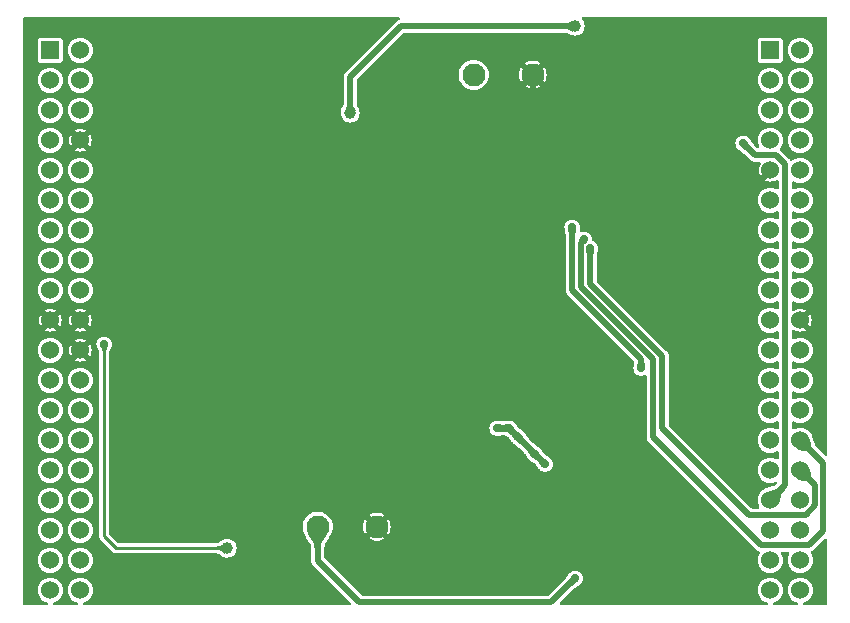
<source format=gbl>
%TF.GenerationSoftware,KiCad,Pcbnew,7.0.2*%
%TF.CreationDate,2023-06-10T17:52:00+02:00*%
%TF.ProjectId,USBCPD_PCB,55534243-5044-45f5-9043-422e6b696361,rev?*%
%TF.SameCoordinates,Original*%
%TF.FileFunction,Copper,L2,Bot*%
%TF.FilePolarity,Positive*%
%FSLAX46Y46*%
G04 Gerber Fmt 4.6, Leading zero omitted, Abs format (unit mm)*
G04 Created by KiCad (PCBNEW 7.0.2) date 2023-06-10 17:52:00*
%MOMM*%
%LPD*%
G01*
G04 APERTURE LIST*
%TA.AperFunction,ComponentPad*%
%ADD10C,1.950000*%
%TD*%
%TA.AperFunction,ComponentPad*%
%ADD11R,1.530000X1.530000*%
%TD*%
%TA.AperFunction,ComponentPad*%
%ADD12C,1.530000*%
%TD*%
%TA.AperFunction,ViaPad*%
%ADD13C,0.700000*%
%TD*%
%TA.AperFunction,ViaPad*%
%ADD14C,1.000000*%
%TD*%
%TA.AperFunction,Conductor*%
%ADD15C,0.500000*%
%TD*%
%TA.AperFunction,Conductor*%
%ADD16C,0.250000*%
%TD*%
G04 APERTURE END LIST*
D10*
%TO.P,J2,1,1*%
%TO.N,Net-(IC1-IN-_1)*%
X145074000Y-80818000D03*
%TO.P,J2,2,2*%
%TO.N,GND*%
X150074000Y-80818000D03*
%TD*%
%TO.P,J1,1,1*%
%TO.N,GND*%
X136866000Y-119080000D03*
%TO.P,J1,2,2*%
%TO.N,VBUS*%
X131866000Y-119080000D03*
%TD*%
D11*
%TO.P,U1,CN7_1,PC10*%
%TO.N,unconnected-(U1A-PC10-PadCN7_1)*%
X109220000Y-78740000D03*
D12*
%TO.P,U1,CN7_2,PC11*%
%TO.N,unconnected-(U1A-PC11-PadCN7_2)*%
X111760000Y-78740000D03*
%TO.P,U1,CN7_3,PC12*%
%TO.N,unconnected-(U1A-PC12-PadCN7_3)*%
X109220000Y-81280000D03*
%TO.P,U1,CN7_4,PD2*%
%TO.N,unconnected-(U1A-PD2-PadCN7_4)*%
X111760000Y-81280000D03*
%TO.P,U1,CN7_5,VDD*%
%TO.N,unconnected-(U1A-VDD-PadCN7_5)*%
X109220000Y-83820000D03*
%TO.P,U1,CN7_6,E5V*%
%TO.N,unconnected-(U1A-E5V-PadCN7_6)*%
X111760000Y-83820000D03*
%TO.P,U1,CN7_7,PB8-BOOT0*%
%TO.N,unconnected-(U1A-PB8-BOOT0-PadCN7_7)*%
X109220000Y-86360000D03*
%TO.P,U1,CN7_8,GND*%
%TO.N,GND*%
X111760000Y-86360000D03*
%TO.P,U1,CN7_9,NC*%
%TO.N,unconnected-(U1A-NC-PadCN7_9)*%
X109220000Y-88900000D03*
%TO.P,U1,CN7_10,NC*%
%TO.N,unconnected-(U1A-NC-PadCN7_10)*%
X111760000Y-88900000D03*
%TO.P,U1,CN7_11,NC*%
%TO.N,unconnected-(U1A-NC-PadCN7_11)*%
X109220000Y-91440000D03*
%TO.P,U1,CN7_12,IOREF*%
%TO.N,unconnected-(U1A-IOREF-PadCN7_12)*%
X111760000Y-91440000D03*
%TO.P,U1,CN7_13,PA13*%
%TO.N,unconnected-(U1A-PA13-PadCN7_13)*%
X109220000Y-93980000D03*
%TO.P,U1,CN7_14,NRST*%
%TO.N,unconnected-(U1A-NRST-PadCN7_14)*%
X111760000Y-93980000D03*
%TO.P,U1,CN7_15,PA14*%
%TO.N,unconnected-(U1A-PA14-PadCN7_15)*%
X109220000Y-96520000D03*
%TO.P,U1,CN7_16,+3V3*%
%TO.N,+3.3V*%
X111760000Y-96520000D03*
%TO.P,U1,CN7_17,PA15*%
%TO.N,unconnected-(U1A-PA15-PadCN7_17)*%
X109220000Y-99060000D03*
%TO.P,U1,CN7_18,+5V*%
%TO.N,unconnected-(U1A-+5V-PadCN7_18)*%
X111760000Y-99060000D03*
%TO.P,U1,CN7_19,GND*%
%TO.N,GND*%
X109220000Y-101600000D03*
%TO.P,U1,CN7_20,GND*%
X111760000Y-101600000D03*
%TO.P,U1,CN7_21,PB7*%
%TO.N,unconnected-(U1A-PB7-PadCN7_21)*%
X109220000Y-104140000D03*
%TO.P,U1,CN7_22,GND*%
%TO.N,GND*%
X111760000Y-104140000D03*
%TO.P,U1,CN7_23,PC13*%
%TO.N,unconnected-(U1A-PC13-PadCN7_23)*%
X109220000Y-106680000D03*
%TO.P,U1,CN7_24,VIN*%
%TO.N,unconnected-(U1A-VIN-PadCN7_24)*%
X111760000Y-106680000D03*
%TO.P,U1,CN7_25,PC14*%
%TO.N,unconnected-(U1A-PC14-PadCN7_25)*%
X109220000Y-109220000D03*
%TO.P,U1,CN7_26,NC*%
%TO.N,unconnected-(U1A-NC-PadCN7_26)*%
X111760000Y-109220000D03*
%TO.P,U1,CN7_27,PC15*%
%TO.N,unconnected-(U1A-PC15-PadCN7_27)*%
X109220000Y-111760000D03*
%TO.P,U1,CN7_28,PA0*%
%TO.N,unconnected-(U1A-PA0-PadCN7_28)*%
X111760000Y-111760000D03*
%TO.P,U1,CN7_29,PF0*%
%TO.N,unconnected-(U1A-PF0-PadCN7_29)*%
X109220000Y-114300000D03*
%TO.P,U1,CN7_30,PA1*%
%TO.N,unconnected-(U1A-PA1-PadCN7_30)*%
X111760000Y-114300000D03*
%TO.P,U1,CN7_31,PF1*%
%TO.N,unconnected-(U1A-PF1-PadCN7_31)*%
X109220000Y-116840000D03*
%TO.P,U1,CN7_32,PA4*%
%TO.N,unconnected-(U1A-PA4-PadCN7_32)*%
X111760000Y-116840000D03*
%TO.P,U1,CN7_33,VBAT*%
%TO.N,unconnected-(U1A-VBAT-PadCN7_33)*%
X109220000Y-119380000D03*
%TO.P,U1,CN7_34,PB0*%
%TO.N,unconnected-(U1A-PB0-PadCN7_34)*%
X111760000Y-119380000D03*
%TO.P,U1,CN7_35,PC2*%
%TO.N,unconnected-(U1A-PC2-PadCN7_35)*%
X109220000Y-121920000D03*
%TO.P,U1,CN7_36,PC1/PB9*%
%TO.N,unconnected-(U1A-PC1{slash}PB9-PadCN7_36)*%
X111760000Y-121920000D03*
%TO.P,U1,CN7_37,PC3*%
%TO.N,unconnected-(U1A-PC3-PadCN7_37)*%
X109220000Y-124460000D03*
%TO.P,U1,CN7_38,PC0/PA15*%
%TO.N,unconnected-(U1A-PC0{slash}PA15-PadCN7_38)*%
X111760000Y-124460000D03*
D11*
%TO.P,U1,CN10_1,PC9*%
%TO.N,unconnected-(U1B-PC9-PadCN10_1)*%
X170180000Y-78740000D03*
D12*
%TO.P,U1,CN10_2,PC8*%
%TO.N,unconnected-(U1B-PC8-PadCN10_2)*%
X172720000Y-78740000D03*
%TO.P,U1,CN10_3,PB8*%
%TO.N,unconnected-(U1B-PB8-PadCN10_3)*%
X170180000Y-81280000D03*
%TO.P,U1,CN10_4,PC6*%
%TO.N,unconnected-(U1B-PC6-PadCN10_4)*%
X172720000Y-81280000D03*
%TO.P,U1,CN10_5,PB9*%
%TO.N,unconnected-(U1B-PB9-PadCN10_5)*%
X170180000Y-83820000D03*
%TO.P,U1,CN10_6,PC5*%
%TO.N,unconnected-(U1B-PC5-PadCN10_6)*%
X172720000Y-83820000D03*
%TO.P,U1,CN10_7,AVDD*%
%TO.N,unconnected-(U1B-AVDD-PadCN10_7)*%
X170180000Y-86360000D03*
%TO.P,U1,CN10_8,5V_USB_CHGR*%
%TO.N,unconnected-(U1B-5V_USB_CHGR-PadCN10_8)*%
X172720000Y-86360000D03*
%TO.P,U1,CN10_9,GND*%
%TO.N,GND*%
X170180000Y-88900000D03*
%TO.P,U1,CN10_10,NC*%
%TO.N,unconnected-(U1B-NC-PadCN10_10)*%
X172720000Y-88900000D03*
%TO.P,U1,CN10_11,PA5*%
%TO.N,unconnected-(U1B-PA5-PadCN10_11)*%
X170180000Y-91440000D03*
%TO.P,U1,CN10_12,PA12*%
%TO.N,unconnected-(U1B-PA12-PadCN10_12)*%
X172720000Y-91440000D03*
%TO.P,U1,CN10_13,PA6*%
%TO.N,unconnected-(U1B-PA6-PadCN10_13)*%
X170180000Y-93980000D03*
%TO.P,U1,CN10_14,PA11*%
%TO.N,unconnected-(U1B-PA11-PadCN10_14)*%
X172720000Y-93980000D03*
%TO.P,U1,CN10_15,PA7*%
%TO.N,unconnected-(U1B-PA7-PadCN10_15)*%
X170180000Y-96520000D03*
%TO.P,U1,CN10_16,PB12*%
%TO.N,PB12_LED*%
X172720000Y-96520000D03*
%TO.P,U1,CN10_17,PB6*%
%TO.N,unconnected-(U1B-PB6-PadCN10_17)*%
X170180000Y-99060000D03*
%TO.P,U1,CN10_18,PB11*%
%TO.N,PB11_BTN*%
X172720000Y-99060000D03*
%TO.P,U1,CN10_19,PC7*%
%TO.N,unconnected-(U1B-PC7-PadCN10_19)*%
X170180000Y-101600000D03*
%TO.P,U1,CN10_20,GND*%
%TO.N,GND*%
X172720000Y-101600000D03*
%TO.P,U1,CN10_21,PA9*%
%TO.N,PA9_PWM*%
X170180000Y-104140000D03*
%TO.P,U1,CN10_22,PB2*%
%TO.N,unconnected-(U1B-PB2-PadCN10_22)*%
X172720000Y-104140000D03*
%TO.P,U1,CN10_23,PA8*%
%TO.N,PA8_PWM*%
X170180000Y-106680000D03*
%TO.P,U1,CN10_24,PB1*%
%TO.N,unconnected-(U1B-PB1-PadCN10_24)*%
X172720000Y-106680000D03*
%TO.P,U1,CN10_25,PB10*%
%TO.N,unconnected-(U1B-PB10-PadCN10_25)*%
X170180000Y-109220000D03*
%TO.P,U1,CN10_26,PB15*%
%TO.N,unconnected-(U1B-PB15-PadCN10_26)*%
X172720000Y-109220000D03*
%TO.P,U1,CN10_27,PB4*%
%TO.N,unconnected-(U1B-PB4-PadCN10_27)*%
X170180000Y-111760000D03*
%TO.P,U1,CN10_28,PB14*%
%TO.N,PB14_PWM*%
X172720000Y-111760000D03*
%TO.P,U1,CN10_29,PB5*%
%TO.N,unconnected-(U1B-PB5-PadCN10_29)*%
X170180000Y-114300000D03*
%TO.P,U1,CN10_30,PB13*%
%TO.N,PB13_PWM*%
X172720000Y-114300000D03*
%TO.P,U1,CN10_31,PB3*%
%TO.N,PB3_ADC_Iout*%
X170180000Y-116840000D03*
%TO.P,U1,CN10_32,AGND*%
%TO.N,unconnected-(U1B-AGND-PadCN10_32)*%
X172720000Y-116840000D03*
%TO.P,U1,CN10_33,PA10*%
%TO.N,PA10_ADC_Vout*%
X170180000Y-119380000D03*
%TO.P,U1,CN10_34,PC4*%
%TO.N,unconnected-(U1B-PC4-PadCN10_34)*%
X172720000Y-119380000D03*
%TO.P,U1,CN10_35,PC4/PA2*%
%TO.N,unconnected-(U1B-PC4{slash}PA2-PadCN10_35)*%
X170180000Y-121920000D03*
%TO.P,U1,CN10_36,NC*%
%TO.N,unconnected-(U1B-NC-PadCN10_36)*%
X172720000Y-121920000D03*
%TO.P,U1,CN10_37,PC5/PA3*%
%TO.N,unconnected-(U1B-PC5{slash}PA3-PadCN10_37)*%
X170180000Y-124460000D03*
%TO.P,U1,CN10_38,NC*%
%TO.N,unconnected-(U1B-NC-PadCN10_38)*%
X172720000Y-124460000D03*
%TD*%
D13*
%TO.N,VBUS*%
X113792000Y-103632000D03*
X153670000Y-123444000D03*
D14*
X124206000Y-120904000D03*
%TO.N,GND*%
X134620000Y-122682000D03*
X159258000Y-101346000D03*
X118618000Y-116078000D03*
X116078000Y-116078000D03*
X137160000Y-115062000D03*
X134620000Y-115062000D03*
X156210000Y-98298000D03*
X139700000Y-118872000D03*
X152400000Y-83312000D03*
X116078000Y-90678000D03*
X134620000Y-120142000D03*
X161036000Y-119634000D03*
X139700000Y-115062000D03*
X138430000Y-122682000D03*
X137414000Y-91440000D03*
X158242000Y-100330000D03*
X118110000Y-104394000D03*
X152400000Y-79756000D03*
X137160000Y-122682000D03*
X121412000Y-105410000D03*
X150876000Y-83312000D03*
X139700000Y-120142000D03*
X135382000Y-93472000D03*
X119380000Y-104394000D03*
X137414000Y-80772000D03*
X116840000Y-101854000D03*
X165354000Y-81280000D03*
X138430000Y-116332000D03*
X116078000Y-89408000D03*
X119888000Y-116078000D03*
X167894000Y-81280000D03*
X121412000Y-106680000D03*
X134620000Y-117602000D03*
X156972000Y-108204000D03*
X149098000Y-118872000D03*
X114808000Y-116078000D03*
X118618000Y-89408000D03*
X117348000Y-116078000D03*
X152654000Y-105156000D03*
X139700000Y-117602000D03*
X138430000Y-115062000D03*
X156972000Y-106934000D03*
X135890000Y-115062000D03*
X139700000Y-121412000D03*
X166624000Y-81280000D03*
X149098000Y-120142000D03*
X160274000Y-102362000D03*
X121412000Y-107950000D03*
X149352000Y-83312000D03*
X156972000Y-105664000D03*
X145796000Y-93218000D03*
X134620000Y-116332000D03*
X156972000Y-104394000D03*
X164084000Y-119634000D03*
X116840000Y-103378000D03*
X154178000Y-105156000D03*
X159512000Y-119634000D03*
X149098000Y-121412000D03*
X121412000Y-109220000D03*
X114808000Y-90678000D03*
X117348000Y-90678000D03*
X162560000Y-119634000D03*
X165608000Y-119634000D03*
X118618000Y-90678000D03*
X114808000Y-89408000D03*
X157226000Y-99314000D03*
X145288000Y-91948000D03*
X137160000Y-116332000D03*
X139700000Y-116332000D03*
X139700000Y-122682000D03*
X134620000Y-118872000D03*
X120650000Y-104394000D03*
X119888000Y-89408000D03*
X117348000Y-89408000D03*
X135890000Y-122682000D03*
X138938000Y-80772000D03*
X134620000Y-121412000D03*
X152400000Y-81534000D03*
X135890000Y-116332000D03*
X155702000Y-105156000D03*
D13*
%TO.N,+12V*%
X153416000Y-93726000D03*
X159258000Y-105664000D03*
D14*
%TO.N,+BATT*%
X153670000Y-76708000D03*
X134620000Y-84074000D03*
D13*
%TO.N,Q1_S*%
X148082000Y-110744000D03*
X151130000Y-113792000D03*
X148844000Y-111506000D03*
X150241000Y-112942500D03*
X147066000Y-110744000D03*
%TO.N,PB3_ADC_Iout*%
X167894000Y-86614000D03*
%TO.N,PB14_PWM*%
X154432000Y-94742000D03*
%TO.N,PB13_PWM*%
X154940000Y-95504000D03*
%TD*%
D15*
%TO.N,VBUS*%
X153670000Y-123444000D02*
X151638000Y-125476000D01*
D16*
X113792000Y-103632000D02*
X113792000Y-119888000D01*
D15*
X151638000Y-125476000D02*
X135382000Y-125476000D01*
D16*
X113792000Y-119888000D02*
X114808000Y-120904000D01*
D15*
X131866000Y-121960000D02*
X131866000Y-119080000D01*
X135382000Y-125476000D02*
X131866000Y-121960000D01*
D16*
X114808000Y-120904000D02*
X124206000Y-120904000D01*
D15*
%TO.N,GND*%
X136866000Y-119080000D02*
X139614000Y-116332000D01*
X155702000Y-103124000D02*
X156972000Y-104394000D01*
X139700000Y-116246000D02*
X152822000Y-103124000D01*
X139614000Y-116332000D02*
X139700000Y-116332000D01*
X120650000Y-104394000D02*
X120650000Y-92710000D01*
X152822000Y-103124000D02*
X155702000Y-103124000D01*
X141484000Y-89408000D02*
X150074000Y-80818000D01*
X117348000Y-89408000D02*
X141484000Y-89408000D01*
X134620000Y-116332000D02*
X134118000Y-116332000D01*
X131324000Y-113538000D02*
X129540000Y-113538000D01*
X135388000Y-117602000D02*
X134620000Y-117602000D01*
X134620000Y-116834000D02*
X134620000Y-116332000D01*
X134620000Y-116834000D02*
X134620000Y-116834000D01*
X156210000Y-98298000D02*
X155956000Y-98044000D01*
X120650000Y-92710000D02*
X117348000Y-89408000D01*
X150074000Y-100376000D02*
X150074000Y-80818000D01*
X129540000Y-113538000D02*
X121412000Y-105410000D01*
X139700000Y-116332000D02*
X139700000Y-116246000D01*
X134118000Y-116332000D02*
X131324000Y-113538000D01*
X155956000Y-86700000D02*
X150074000Y-80818000D01*
X134620000Y-117602000D02*
X134620000Y-116834000D01*
X136866000Y-119080000D02*
X135388000Y-117602000D01*
X155956000Y-98044000D02*
X155956000Y-86700000D01*
X152822000Y-103124000D02*
X150074000Y-100376000D01*
%TO.N,+12V*%
X153416000Y-93726000D02*
X153416000Y-99033950D01*
X159258000Y-104875950D02*
X159258000Y-105664000D01*
X153416000Y-99033950D02*
X159258000Y-104875950D01*
%TO.N,+BATT*%
X134620000Y-84074000D02*
X134620000Y-81026000D01*
X138938000Y-76708000D02*
X149098000Y-76708000D01*
X149098000Y-76708000D02*
X153670000Y-76708000D01*
X134620000Y-81026000D02*
X134874000Y-80772000D01*
X134874000Y-80772000D02*
X138938000Y-76708000D01*
%TO.N,Q1_S*%
X148082000Y-110744000D02*
X148844000Y-111506000D01*
X148082000Y-110744000D02*
X147066000Y-110744000D01*
X150241000Y-112903000D02*
X148844000Y-111506000D01*
X151130000Y-113792000D02*
X150280500Y-112942500D01*
X150241000Y-112942500D02*
X150241000Y-112903000D01*
%TO.N,PB3_ADC_Iout*%
X171450000Y-115570000D02*
X170180000Y-116840000D01*
X168910000Y-87630000D02*
X170683270Y-87630000D01*
X170683270Y-87630000D02*
X171450000Y-88396730D01*
X171450000Y-88396730D02*
X171450000Y-115570000D01*
X167894000Y-86614000D02*
X168910000Y-87630000D01*
%TO.N,PB14_PWM*%
X160274000Y-111506000D02*
X169418000Y-120650000D01*
X154140000Y-95034000D02*
X154140000Y-98768000D01*
X174690000Y-119442000D02*
X174690000Y-113730000D01*
X160274000Y-104902000D02*
X160274000Y-111506000D01*
X169418000Y-120650000D02*
X173482000Y-120650000D01*
X173482000Y-120650000D02*
X174690000Y-119442000D01*
X174690000Y-113730000D02*
X172720000Y-111760000D01*
X154432000Y-94742000D02*
X154140000Y-95034000D01*
X154140000Y-98768000D02*
X160274000Y-104902000D01*
%TO.N,PB13_PWM*%
X173990000Y-115570000D02*
X172720000Y-114300000D01*
X173168270Y-118110000D02*
X173990000Y-117288270D01*
X168402000Y-118110000D02*
X173168270Y-118110000D01*
X154940000Y-95504000D02*
X154940000Y-98552000D01*
X161036000Y-110744000D02*
X168402000Y-118110000D01*
X154940000Y-98552000D02*
X161036000Y-104648000D01*
X161036000Y-104648000D02*
X161036000Y-110744000D01*
X173990000Y-117288270D02*
X173990000Y-115570000D01*
%TD*%
%TA.AperFunction,Conductor*%
%TO.N,GND*%
G36*
X138774260Y-75965685D02*
G01*
X138820015Y-76018489D01*
X138829959Y-76087647D01*
X138800934Y-76151203D01*
X138742156Y-76188977D01*
X138736581Y-76190474D01*
X138734146Y-76191067D01*
X138698333Y-76211203D01*
X138686967Y-76216849D01*
X138649280Y-76233219D01*
X138635360Y-76244544D01*
X138617883Y-76256438D01*
X138602239Y-76265234D01*
X138573179Y-76294293D01*
X138563757Y-76302797D01*
X138531889Y-76328723D01*
X138521543Y-76343381D01*
X138507922Y-76359551D01*
X134458109Y-80409366D01*
X134458106Y-80409369D01*
X134238881Y-80628593D01*
X134235838Y-80631533D01*
X134188956Y-80675319D01*
X134167605Y-80710427D01*
X134160466Y-80720916D01*
X134135638Y-80753658D01*
X134129054Y-80770354D01*
X134119654Y-80789280D01*
X134110329Y-80804616D01*
X134110328Y-80804618D01*
X134102065Y-80834105D01*
X134099242Y-80844181D01*
X134095197Y-80856207D01*
X134080123Y-80894434D01*
X134078288Y-80912285D01*
X134074342Y-80933048D01*
X134069500Y-80950332D01*
X134069500Y-80991417D01*
X134068850Y-81004098D01*
X134064647Y-81044975D01*
X134067696Y-81062658D01*
X134069499Y-81083724D01*
X134069499Y-83038362D01*
X134066592Y-83065055D01*
X134064293Y-83075484D01*
X134058773Y-83246802D01*
X134057480Y-83261104D01*
X134044477Y-83348269D01*
X134039890Y-83367905D01*
X134017383Y-83437955D01*
X134013081Y-83449381D01*
X133961290Y-83568743D01*
X133961269Y-83568792D01*
X133882485Y-83750273D01*
X133878059Y-83761024D01*
X133875842Y-83772762D01*
X133871040Y-83790693D01*
X133834631Y-83894745D01*
X133814434Y-84073999D01*
X133834631Y-84253251D01*
X133834631Y-84253253D01*
X133834632Y-84253255D01*
X133894211Y-84423522D01*
X133894212Y-84423523D01*
X133990185Y-84576264D01*
X134117735Y-84703814D01*
X134117737Y-84703815D01*
X134117738Y-84703816D01*
X134270478Y-84799789D01*
X134440745Y-84859368D01*
X134575186Y-84874515D01*
X134619999Y-84879565D01*
X134619999Y-84879564D01*
X134620000Y-84879565D01*
X134799255Y-84859368D01*
X134969522Y-84799789D01*
X135122262Y-84703816D01*
X135249816Y-84576262D01*
X135345789Y-84423522D01*
X135405368Y-84253255D01*
X135425565Y-84074000D01*
X135405368Y-83894745D01*
X135379213Y-83819999D01*
X169109345Y-83819999D01*
X169129917Y-84028875D01*
X169190843Y-84229721D01*
X169277006Y-84390919D01*
X169289783Y-84414824D01*
X169422933Y-84577067D01*
X169585176Y-84710217D01*
X169770278Y-84809156D01*
X169971126Y-84870083D01*
X170180000Y-84890655D01*
X170388874Y-84870083D01*
X170589722Y-84809156D01*
X170774824Y-84710217D01*
X170937067Y-84577067D01*
X171070217Y-84414824D01*
X171169156Y-84229722D01*
X171230083Y-84028874D01*
X171250655Y-83820000D01*
X171649345Y-83820000D01*
X171669917Y-84028875D01*
X171730843Y-84229721D01*
X171817005Y-84390919D01*
X171829783Y-84414824D01*
X171962933Y-84577067D01*
X172125176Y-84710217D01*
X172310278Y-84809156D01*
X172511126Y-84870083D01*
X172720000Y-84890655D01*
X172928874Y-84870083D01*
X173129722Y-84809156D01*
X173314824Y-84710217D01*
X173477067Y-84577067D01*
X173610217Y-84414824D01*
X173709156Y-84229722D01*
X173770083Y-84028874D01*
X173790655Y-83820000D01*
X173770083Y-83611126D01*
X173709156Y-83410278D01*
X173610217Y-83225176D01*
X173477067Y-83062933D01*
X173314824Y-82929783D01*
X173290919Y-82917005D01*
X173129721Y-82830843D01*
X172928875Y-82769917D01*
X172720000Y-82749345D01*
X172511124Y-82769917D01*
X172310278Y-82830843D01*
X172125177Y-82929782D01*
X171962933Y-83062933D01*
X171829782Y-83225177D01*
X171730843Y-83410278D01*
X171669917Y-83611124D01*
X171649345Y-83820000D01*
X171250655Y-83820000D01*
X171230083Y-83611126D01*
X171169156Y-83410278D01*
X171070217Y-83225176D01*
X170937067Y-83062933D01*
X170774824Y-82929783D01*
X170750919Y-82917005D01*
X170589721Y-82830843D01*
X170388875Y-82769917D01*
X170284437Y-82759630D01*
X170180000Y-82749345D01*
X170179999Y-82749345D01*
X169971124Y-82769917D01*
X169770278Y-82830843D01*
X169585177Y-82929782D01*
X169422933Y-83062933D01*
X169289782Y-83225177D01*
X169190843Y-83410278D01*
X169129917Y-83611124D01*
X169109345Y-83819999D01*
X135379213Y-83819999D01*
X135364795Y-83778797D01*
X135360956Y-83765478D01*
X135359938Y-83761024D01*
X135357442Y-83750108D01*
X135278729Y-83568791D01*
X135226916Y-83449381D01*
X135222614Y-83437955D01*
X135200108Y-83367905D01*
X135195521Y-83348272D01*
X135182517Y-83261106D01*
X135181224Y-83246801D01*
X135180527Y-83225176D01*
X135175706Y-83075485D01*
X135175629Y-83073354D01*
X135174532Y-83068538D01*
X135173597Y-83064432D01*
X135170500Y-83036893D01*
X135170500Y-81305386D01*
X135190185Y-81238347D01*
X135206819Y-81217705D01*
X135209758Y-81214766D01*
X135209759Y-81214766D01*
X135606525Y-80818000D01*
X143793627Y-80818000D01*
X143813079Y-81040331D01*
X143870844Y-81255914D01*
X143913803Y-81348040D01*
X143965165Y-81458186D01*
X144093178Y-81641007D01*
X144250993Y-81798822D01*
X144433814Y-81926835D01*
X144636087Y-82021156D01*
X144851666Y-82078920D01*
X145074000Y-82098372D01*
X145296334Y-82078920D01*
X145511913Y-82021156D01*
X145714186Y-81926835D01*
X145897007Y-81798822D01*
X146054822Y-81641007D01*
X146182835Y-81458186D01*
X146277156Y-81255913D01*
X146334920Y-81040334D01*
X146354372Y-80818000D01*
X146354372Y-80817999D01*
X148893966Y-80817999D01*
X148914057Y-81034831D01*
X148973651Y-81244278D01*
X149070712Y-81439204D01*
X149082987Y-81455459D01*
X149471452Y-81066993D01*
X149481188Y-81096956D01*
X149569186Y-81235619D01*
X149688903Y-81348040D01*
X149823510Y-81422041D01*
X149438831Y-81806719D01*
X149548013Y-81874322D01*
X149751068Y-81952986D01*
X149965122Y-81993000D01*
X150182878Y-81993000D01*
X150396931Y-81952986D01*
X150599988Y-81874322D01*
X150709166Y-81806720D01*
X150709166Y-81806719D01*
X150321534Y-81419086D01*
X150389629Y-81392126D01*
X150522492Y-81295595D01*
X150627175Y-81169055D01*
X150675631Y-81066079D01*
X151065011Y-81455459D01*
X151065012Y-81455459D01*
X151077285Y-81439208D01*
X151156561Y-81279999D01*
X169109345Y-81279999D01*
X169129917Y-81488875D01*
X169190843Y-81689721D01*
X169190844Y-81689722D01*
X169289783Y-81874824D01*
X169422933Y-82037067D01*
X169585176Y-82170217D01*
X169770278Y-82269156D01*
X169971126Y-82330083D01*
X170180000Y-82350655D01*
X170388874Y-82330083D01*
X170589722Y-82269156D01*
X170774824Y-82170217D01*
X170937067Y-82037067D01*
X171070217Y-81874824D01*
X171169156Y-81689722D01*
X171230083Y-81488874D01*
X171250655Y-81280000D01*
X171250655Y-81279999D01*
X171649345Y-81279999D01*
X171669917Y-81488875D01*
X171730843Y-81689721D01*
X171730844Y-81689722D01*
X171829783Y-81874824D01*
X171962933Y-82037067D01*
X172125176Y-82170217D01*
X172310278Y-82269156D01*
X172511126Y-82330083D01*
X172720000Y-82350655D01*
X172928874Y-82330083D01*
X173129722Y-82269156D01*
X173314824Y-82170217D01*
X173477067Y-82037067D01*
X173610217Y-81874824D01*
X173709156Y-81689722D01*
X173770083Y-81488874D01*
X173790655Y-81280000D01*
X173770083Y-81071126D01*
X173709156Y-80870278D01*
X173610217Y-80685176D01*
X173477067Y-80522933D01*
X173314824Y-80389783D01*
X173290919Y-80377005D01*
X173129721Y-80290843D01*
X172928875Y-80229917D01*
X172720000Y-80209345D01*
X172511124Y-80229917D01*
X172310278Y-80290843D01*
X172125177Y-80389782D01*
X171962933Y-80522933D01*
X171829782Y-80685177D01*
X171730843Y-80870278D01*
X171669917Y-81071124D01*
X171649345Y-81279999D01*
X171250655Y-81279999D01*
X171230083Y-81071126D01*
X171169156Y-80870278D01*
X171070217Y-80685176D01*
X170937067Y-80522933D01*
X170774824Y-80389783D01*
X170750919Y-80377005D01*
X170589721Y-80290843D01*
X170388875Y-80229917D01*
X170284436Y-80219630D01*
X170180000Y-80209345D01*
X170179999Y-80209345D01*
X169971124Y-80229917D01*
X169770278Y-80290843D01*
X169585177Y-80389782D01*
X169422933Y-80522933D01*
X169289782Y-80685177D01*
X169190843Y-80870278D01*
X169129917Y-81071124D01*
X169109345Y-81279999D01*
X151156561Y-81279999D01*
X151174348Y-81244278D01*
X151233942Y-81034831D01*
X151254033Y-80817999D01*
X151233942Y-80601168D01*
X151174348Y-80391721D01*
X151077287Y-80196794D01*
X151065011Y-80180539D01*
X150676546Y-80569004D01*
X150666812Y-80539044D01*
X150578814Y-80400381D01*
X150459097Y-80287960D01*
X150324489Y-80213958D01*
X150709167Y-79829279D01*
X150599986Y-79761677D01*
X150396931Y-79683013D01*
X150182878Y-79643000D01*
X149965122Y-79643000D01*
X149751068Y-79683013D01*
X149548010Y-79761678D01*
X149438832Y-79829278D01*
X149438831Y-79829279D01*
X149826465Y-80216913D01*
X149758371Y-80243874D01*
X149625508Y-80340405D01*
X149520825Y-80466945D01*
X149472368Y-80569920D01*
X149082987Y-80180539D01*
X149070712Y-80196794D01*
X148973651Y-80391721D01*
X148914057Y-80601168D01*
X148893966Y-80817999D01*
X146354372Y-80817999D01*
X146334920Y-80595666D01*
X146277156Y-80380087D01*
X146182835Y-80177814D01*
X146054822Y-79994993D01*
X145897007Y-79837178D01*
X145714186Y-79709165D01*
X145544881Y-79630217D01*
X145511914Y-79614844D01*
X145296331Y-79557079D01*
X145173153Y-79546302D01*
X169114500Y-79546302D01*
X169114501Y-79549864D01*
X169114912Y-79553407D01*
X169117415Y-79574991D01*
X169162795Y-79677767D01*
X169242232Y-79757204D01*
X169242233Y-79757204D01*
X169242235Y-79757206D01*
X169345009Y-79802585D01*
X169370135Y-79805500D01*
X170989864Y-79805499D01*
X171014991Y-79802585D01*
X171117765Y-79757206D01*
X171197206Y-79677765D01*
X171242585Y-79574991D01*
X171245500Y-79549865D01*
X171245499Y-78740000D01*
X171649345Y-78740000D01*
X171669917Y-78948875D01*
X171730843Y-79149721D01*
X171730844Y-79149722D01*
X171829783Y-79334824D01*
X171962933Y-79497067D01*
X172125176Y-79630217D01*
X172310278Y-79729156D01*
X172511126Y-79790083D01*
X172720000Y-79810655D01*
X172928874Y-79790083D01*
X173129722Y-79729156D01*
X173314824Y-79630217D01*
X173477067Y-79497067D01*
X173610217Y-79334824D01*
X173709156Y-79149722D01*
X173770083Y-78948874D01*
X173790655Y-78740000D01*
X173770083Y-78531126D01*
X173709156Y-78330278D01*
X173610217Y-78145176D01*
X173477067Y-77982933D01*
X173314824Y-77849783D01*
X173225868Y-77802235D01*
X173129721Y-77750843D01*
X172928875Y-77689917D01*
X172720000Y-77669345D01*
X172511124Y-77689917D01*
X172310278Y-77750843D01*
X172125177Y-77849782D01*
X171962933Y-77982933D01*
X171829782Y-78145177D01*
X171730843Y-78330278D01*
X171669917Y-78531124D01*
X171649345Y-78740000D01*
X171245499Y-78740000D01*
X171245499Y-77930136D01*
X171242585Y-77905009D01*
X171197206Y-77802235D01*
X171197204Y-77802233D01*
X171197204Y-77802232D01*
X171117767Y-77722795D01*
X171014990Y-77677414D01*
X170993414Y-77674911D01*
X170993401Y-77674910D01*
X170989865Y-77674500D01*
X170986290Y-77674500D01*
X169373714Y-77674500D01*
X169373696Y-77674500D01*
X169370136Y-77674501D01*
X169366592Y-77674911D01*
X169366592Y-77674912D01*
X169345008Y-77677415D01*
X169242232Y-77722795D01*
X169162795Y-77802232D01*
X169117414Y-77905009D01*
X169114911Y-77926585D01*
X169114911Y-77926592D01*
X169114500Y-77930135D01*
X169114500Y-77933708D01*
X169114500Y-77933709D01*
X169114500Y-79546285D01*
X169114500Y-79546302D01*
X145173153Y-79546302D01*
X145074000Y-79537627D01*
X144851668Y-79557079D01*
X144636085Y-79614844D01*
X144489897Y-79683013D01*
X144433814Y-79709165D01*
X144262274Y-79829279D01*
X144250989Y-79837181D01*
X144093181Y-79994989D01*
X143965164Y-80177816D01*
X143870844Y-80380085D01*
X143813079Y-80595668D01*
X143793627Y-80818000D01*
X135606525Y-80818000D01*
X139129706Y-77294819D01*
X139191029Y-77261334D01*
X139217387Y-77258500D01*
X149022335Y-77258500D01*
X152634365Y-77258500D01*
X152661063Y-77261408D01*
X152671486Y-77263706D01*
X152842806Y-77269224D01*
X152857099Y-77270516D01*
X152944266Y-77283520D01*
X152963899Y-77288106D01*
X153033965Y-77310617D01*
X153045393Y-77314921D01*
X153164741Y-77366707D01*
X153346271Y-77445512D01*
X153357025Y-77449939D01*
X153368756Y-77452154D01*
X153386695Y-77456959D01*
X153490745Y-77493368D01*
X153669999Y-77513565D01*
X153669999Y-77513564D01*
X153670000Y-77513565D01*
X153849255Y-77493368D01*
X154019522Y-77433789D01*
X154172262Y-77337816D01*
X154299816Y-77210262D01*
X154395789Y-77057522D01*
X154455368Y-76887255D01*
X154475565Y-76708000D01*
X154455368Y-76528745D01*
X154395789Y-76358478D01*
X154299816Y-76205738D01*
X154299815Y-76205737D01*
X154299814Y-76205735D01*
X154251760Y-76157681D01*
X154218275Y-76096358D01*
X154223259Y-76026666D01*
X154265131Y-75970733D01*
X154330595Y-75946316D01*
X154339441Y-75946000D01*
X174882000Y-75946000D01*
X174949039Y-75965685D01*
X174994794Y-76018489D01*
X175006000Y-76070000D01*
X175006000Y-112968112D01*
X174986315Y-113035151D01*
X174933511Y-113080906D01*
X174864353Y-113090850D01*
X174800797Y-113061825D01*
X174794319Y-113055793D01*
X174223731Y-112485206D01*
X174204348Y-112460081D01*
X174202495Y-112456909D01*
X174114119Y-112354824D01*
X174027425Y-112254681D01*
X174012397Y-112233047D01*
X173997284Y-112205429D01*
X173945287Y-112110408D01*
X173935296Y-112086512D01*
X173891180Y-111939373D01*
X173889690Y-111933960D01*
X173858866Y-111811199D01*
X173832732Y-111707113D01*
X173832366Y-111705756D01*
X173829053Y-111693753D01*
X173828655Y-111692397D01*
X173828751Y-111692746D01*
X173828337Y-111691445D01*
X173824556Y-111679813D01*
X173824108Y-111678506D01*
X173719274Y-111378234D01*
X173719018Y-111377532D01*
X173716428Y-111370422D01*
X173716423Y-111370410D01*
X173716379Y-111370288D01*
X173715978Y-111369232D01*
X173715602Y-111368336D01*
X173714246Y-111365055D01*
X173714127Y-111364763D01*
X173710205Y-111353739D01*
X173709156Y-111350278D01*
X173610217Y-111165176D01*
X173477067Y-111002933D01*
X173314824Y-110869783D01*
X173236919Y-110828142D01*
X173129721Y-110770843D01*
X172928875Y-110709917D01*
X172720000Y-110689345D01*
X172511124Y-110709917D01*
X172310282Y-110770842D01*
X172310278Y-110770843D01*
X172310278Y-110770844D01*
X172182951Y-110838901D01*
X172114550Y-110853142D01*
X172049306Y-110828142D01*
X172007936Y-110771836D01*
X172000500Y-110729542D01*
X172000500Y-110250457D01*
X172020185Y-110183418D01*
X172072989Y-110137663D01*
X172142147Y-110127719D01*
X172182950Y-110141098D01*
X172310278Y-110209156D01*
X172511126Y-110270083D01*
X172720000Y-110290655D01*
X172928874Y-110270083D01*
X173129722Y-110209156D01*
X173314824Y-110110217D01*
X173477067Y-109977067D01*
X173610217Y-109814824D01*
X173709156Y-109629722D01*
X173770083Y-109428874D01*
X173790655Y-109220000D01*
X173770083Y-109011126D01*
X173709156Y-108810278D01*
X173610217Y-108625176D01*
X173477067Y-108462933D01*
X173314824Y-108329783D01*
X173177873Y-108256581D01*
X173129721Y-108230843D01*
X172928875Y-108169917D01*
X172720000Y-108149345D01*
X172511124Y-108169917D01*
X172310282Y-108230842D01*
X172310278Y-108230843D01*
X172310278Y-108230844D01*
X172182951Y-108298901D01*
X172114550Y-108313142D01*
X172049306Y-108288142D01*
X172007936Y-108231836D01*
X172000500Y-108189542D01*
X172000500Y-107710457D01*
X172020185Y-107643418D01*
X172072989Y-107597663D01*
X172142147Y-107587719D01*
X172182950Y-107601098D01*
X172310278Y-107669156D01*
X172511126Y-107730083D01*
X172720000Y-107750655D01*
X172928874Y-107730083D01*
X173129722Y-107669156D01*
X173314824Y-107570217D01*
X173477067Y-107437067D01*
X173610217Y-107274824D01*
X173709156Y-107089722D01*
X173770083Y-106888874D01*
X173790655Y-106680000D01*
X173770083Y-106471126D01*
X173709156Y-106270278D01*
X173610217Y-106085176D01*
X173477067Y-105922933D01*
X173314824Y-105789783D01*
X173177873Y-105716581D01*
X173129721Y-105690843D01*
X172928875Y-105629917D01*
X172720000Y-105609345D01*
X172511124Y-105629917D01*
X172310282Y-105690842D01*
X172310278Y-105690843D01*
X172310278Y-105690844D01*
X172182951Y-105758901D01*
X172114550Y-105773142D01*
X172049306Y-105748142D01*
X172007936Y-105691836D01*
X172000500Y-105649542D01*
X172000500Y-105170457D01*
X172020185Y-105103418D01*
X172072989Y-105057663D01*
X172142147Y-105047719D01*
X172182950Y-105061098D01*
X172310278Y-105129156D01*
X172511126Y-105190083D01*
X172720000Y-105210655D01*
X172928874Y-105190083D01*
X173129722Y-105129156D01*
X173314824Y-105030217D01*
X173477067Y-104897067D01*
X173610217Y-104734824D01*
X173709156Y-104549722D01*
X173770083Y-104348874D01*
X173790655Y-104140000D01*
X173770083Y-103931126D01*
X173709156Y-103730278D01*
X173610217Y-103545176D01*
X173477067Y-103382933D01*
X173314824Y-103249783D01*
X173216955Y-103197471D01*
X173129721Y-103150843D01*
X172928875Y-103089917D01*
X172720000Y-103069345D01*
X172511124Y-103089917D01*
X172310282Y-103150842D01*
X172310278Y-103150843D01*
X172310278Y-103150844D01*
X172182951Y-103218901D01*
X172114550Y-103233142D01*
X172049306Y-103208142D01*
X172007936Y-103151836D01*
X172000500Y-103109542D01*
X172000500Y-102516501D01*
X172020185Y-102449462D01*
X172072989Y-102403707D01*
X172142147Y-102393763D01*
X172182953Y-102407143D01*
X172348924Y-102495857D01*
X172530825Y-102551036D01*
X172720000Y-102569668D01*
X172909170Y-102551037D01*
X173091077Y-102495855D01*
X173202660Y-102436213D01*
X172861365Y-102094918D01*
X172865161Y-102094373D01*
X172998562Y-102033451D01*
X173109395Y-101937413D01*
X173188682Y-101814040D01*
X173211133Y-101737580D01*
X173556212Y-102082660D01*
X173556213Y-102082660D01*
X173615855Y-101971077D01*
X173671037Y-101789170D01*
X173689668Y-101600000D01*
X173671037Y-101410829D01*
X173615855Y-101228921D01*
X173556212Y-101117339D01*
X173211132Y-101462418D01*
X173188682Y-101385960D01*
X173109395Y-101262587D01*
X172998562Y-101166549D01*
X172865161Y-101105627D01*
X172861365Y-101105081D01*
X173202660Y-100763786D01*
X173202660Y-100763785D01*
X173091075Y-100704142D01*
X172909174Y-100648963D01*
X172720000Y-100630331D01*
X172530825Y-100648963D01*
X172348924Y-100704142D01*
X172182953Y-100792856D01*
X172114550Y-100807098D01*
X172049306Y-100782098D01*
X172007936Y-100725793D01*
X172000500Y-100683498D01*
X172000500Y-100090457D01*
X172020185Y-100023418D01*
X172072989Y-99977663D01*
X172142147Y-99967719D01*
X172182950Y-99981098D01*
X172310278Y-100049156D01*
X172511126Y-100110083D01*
X172720000Y-100130655D01*
X172928874Y-100110083D01*
X173129722Y-100049156D01*
X173314824Y-99950217D01*
X173477067Y-99817067D01*
X173610217Y-99654824D01*
X173709156Y-99469722D01*
X173770083Y-99268874D01*
X173790655Y-99060000D01*
X173770083Y-98851126D01*
X173709156Y-98650278D01*
X173610217Y-98465176D01*
X173477067Y-98302933D01*
X173314824Y-98169783D01*
X173177873Y-98096581D01*
X173129721Y-98070843D01*
X172928875Y-98009917D01*
X172720000Y-97989345D01*
X172511124Y-98009917D01*
X172310282Y-98070842D01*
X172310278Y-98070843D01*
X172310278Y-98070844D01*
X172182951Y-98138901D01*
X172114550Y-98153142D01*
X172049306Y-98128142D01*
X172007936Y-98071836D01*
X172000500Y-98029542D01*
X172000500Y-97550457D01*
X172020185Y-97483418D01*
X172072989Y-97437663D01*
X172142147Y-97427719D01*
X172182950Y-97441098D01*
X172310278Y-97509156D01*
X172511126Y-97570083D01*
X172720000Y-97590655D01*
X172928874Y-97570083D01*
X173129722Y-97509156D01*
X173314824Y-97410217D01*
X173477067Y-97277067D01*
X173610217Y-97114824D01*
X173709156Y-96929722D01*
X173770083Y-96728874D01*
X173790655Y-96520000D01*
X173770083Y-96311126D01*
X173709156Y-96110278D01*
X173610217Y-95925176D01*
X173477067Y-95762933D01*
X173314824Y-95629783D01*
X173177873Y-95556581D01*
X173129721Y-95530843D01*
X172928875Y-95469917D01*
X172720000Y-95449345D01*
X172511124Y-95469917D01*
X172310282Y-95530842D01*
X172310278Y-95530843D01*
X172310278Y-95530844D01*
X172182951Y-95598901D01*
X172114550Y-95613142D01*
X172049306Y-95588142D01*
X172007936Y-95531836D01*
X172000500Y-95489542D01*
X172000500Y-95010457D01*
X172020185Y-94943418D01*
X172072989Y-94897663D01*
X172142147Y-94887719D01*
X172182950Y-94901098D01*
X172310278Y-94969156D01*
X172511126Y-95030083D01*
X172720000Y-95050655D01*
X172928874Y-95030083D01*
X173129722Y-94969156D01*
X173314824Y-94870217D01*
X173477067Y-94737067D01*
X173610217Y-94574824D01*
X173709156Y-94389722D01*
X173770083Y-94188874D01*
X173790655Y-93980000D01*
X173770083Y-93771126D01*
X173709156Y-93570278D01*
X173610217Y-93385176D01*
X173477067Y-93222933D01*
X173314824Y-93089783D01*
X173177873Y-93016581D01*
X173129721Y-92990843D01*
X172928875Y-92929917D01*
X172720000Y-92909345D01*
X172511124Y-92929917D01*
X172310282Y-92990842D01*
X172310278Y-92990843D01*
X172310278Y-92990844D01*
X172182951Y-93058901D01*
X172114550Y-93073142D01*
X172049306Y-93048142D01*
X172007936Y-92991836D01*
X172000500Y-92949542D01*
X172000500Y-92470457D01*
X172020185Y-92403418D01*
X172072989Y-92357663D01*
X172142147Y-92347719D01*
X172182950Y-92361098D01*
X172310278Y-92429156D01*
X172511126Y-92490083D01*
X172720000Y-92510655D01*
X172928874Y-92490083D01*
X173129722Y-92429156D01*
X173314824Y-92330217D01*
X173477067Y-92197067D01*
X173610217Y-92034824D01*
X173709156Y-91849722D01*
X173770083Y-91648874D01*
X173790655Y-91440000D01*
X173770083Y-91231126D01*
X173709156Y-91030278D01*
X173610217Y-90845176D01*
X173477067Y-90682933D01*
X173314824Y-90549783D01*
X173177873Y-90476581D01*
X173129721Y-90450843D01*
X172928875Y-90389917D01*
X172824436Y-90379631D01*
X172720000Y-90369345D01*
X172719999Y-90369345D01*
X172511124Y-90389917D01*
X172310282Y-90450842D01*
X172310278Y-90450843D01*
X172310278Y-90450844D01*
X172182951Y-90518901D01*
X172114550Y-90533142D01*
X172049306Y-90508142D01*
X172007936Y-90451836D01*
X172000500Y-90409542D01*
X172000500Y-89930457D01*
X172020185Y-89863418D01*
X172072989Y-89817663D01*
X172142147Y-89807719D01*
X172182950Y-89821098D01*
X172310278Y-89889156D01*
X172511126Y-89950083D01*
X172720000Y-89970655D01*
X172928874Y-89950083D01*
X173129722Y-89889156D01*
X173314824Y-89790217D01*
X173477067Y-89657067D01*
X173610217Y-89494824D01*
X173709156Y-89309722D01*
X173770083Y-89108874D01*
X173790655Y-88900000D01*
X173770083Y-88691126D01*
X173709156Y-88490278D01*
X173610217Y-88305176D01*
X173477067Y-88142933D01*
X173314824Y-88009783D01*
X173234126Y-87966649D01*
X173129721Y-87910843D01*
X172928875Y-87849917D01*
X172824436Y-87839631D01*
X172720000Y-87829345D01*
X172719999Y-87829345D01*
X172511124Y-87849917D01*
X172310278Y-87910843D01*
X172125177Y-88009782D01*
X172056286Y-88066319D01*
X171991976Y-88093631D01*
X171923109Y-88081840D01*
X171889941Y-88058146D01*
X171863713Y-88031918D01*
X171855205Y-88022491D01*
X171845952Y-88011117D01*
X171829278Y-87990622D01*
X171829277Y-87990621D01*
X171814615Y-87980271D01*
X171798444Y-87966649D01*
X171080676Y-87248881D01*
X171077762Y-87245867D01*
X171033950Y-87198956D01*
X171033948Y-87198954D01*
X171022317Y-87186501D01*
X171025501Y-87183527D01*
X170999456Y-87154922D01*
X170987814Y-87086029D01*
X171015095Y-87021989D01*
X171070217Y-86954824D01*
X171169156Y-86769722D01*
X171230083Y-86568874D01*
X171250655Y-86360000D01*
X171649345Y-86360000D01*
X171669917Y-86568875D01*
X171730843Y-86769721D01*
X171789710Y-86879853D01*
X171829783Y-86954824D01*
X171962933Y-87117067D01*
X172125176Y-87250217D01*
X172310278Y-87349156D01*
X172511126Y-87410083D01*
X172720000Y-87430655D01*
X172928874Y-87410083D01*
X173129722Y-87349156D01*
X173314824Y-87250217D01*
X173477067Y-87117067D01*
X173610217Y-86954824D01*
X173709156Y-86769722D01*
X173770083Y-86568874D01*
X173790655Y-86360000D01*
X173770083Y-86151126D01*
X173709156Y-85950278D01*
X173610217Y-85765176D01*
X173477067Y-85602933D01*
X173314824Y-85469783D01*
X173166180Y-85390331D01*
X173129721Y-85370843D01*
X172928875Y-85309917D01*
X172720000Y-85289345D01*
X172511124Y-85309917D01*
X172310278Y-85370843D01*
X172125177Y-85469782D01*
X171962933Y-85602933D01*
X171829782Y-85765177D01*
X171730843Y-85950278D01*
X171669917Y-86151124D01*
X171649345Y-86360000D01*
X171250655Y-86360000D01*
X171230083Y-86151126D01*
X171169156Y-85950278D01*
X171070217Y-85765176D01*
X170937067Y-85602933D01*
X170774824Y-85469783D01*
X170626180Y-85390331D01*
X170589721Y-85370843D01*
X170388875Y-85309917D01*
X170284436Y-85299631D01*
X170180000Y-85289345D01*
X170179999Y-85289345D01*
X169971124Y-85309917D01*
X169770278Y-85370843D01*
X169585177Y-85469782D01*
X169422933Y-85602933D01*
X169289782Y-85765177D01*
X169190843Y-85950278D01*
X169129917Y-86151124D01*
X169109345Y-86360000D01*
X169129917Y-86568875D01*
X169190843Y-86769721D01*
X169213148Y-86811450D01*
X169227390Y-86879853D01*
X169202390Y-86945097D01*
X169146084Y-86986467D01*
X169076351Y-86990829D01*
X169016109Y-86957584D01*
X168808570Y-86750045D01*
X168789966Y-86726235D01*
X168786915Y-86721157D01*
X168759299Y-86690043D01*
X168698095Y-86621086D01*
X168687519Y-86607344D01*
X168643783Y-86541448D01*
X168638972Y-86533579D01*
X168593429Y-86452455D01*
X168587678Y-86442646D01*
X168587673Y-86442639D01*
X168587629Y-86442563D01*
X168587175Y-86441821D01*
X168581122Y-86432326D01*
X168581105Y-86432300D01*
X168581019Y-86432165D01*
X168512590Y-86329070D01*
X168511353Y-86327309D01*
X168500182Y-86311724D01*
X168498876Y-86309996D01*
X168499184Y-86310427D01*
X168497815Y-86308741D01*
X168485547Y-86293934D01*
X168484124Y-86292303D01*
X168391358Y-86187815D01*
X168384927Y-86179615D01*
X168378084Y-86172863D01*
X168372535Y-86166782D01*
X168372505Y-86166750D01*
X168372434Y-86166672D01*
X168371672Y-86165860D01*
X168370949Y-86165138D01*
X168360858Y-86154935D01*
X168352727Y-86149605D01*
X168338482Y-86138717D01*
X168266241Y-86074718D01*
X168266240Y-86074717D01*
X168166916Y-86022587D01*
X168126364Y-86001303D01*
X167972985Y-85963500D01*
X167815015Y-85963500D01*
X167661635Y-86001303D01*
X167521761Y-86074716D01*
X167403515Y-86179471D01*
X167313780Y-86309476D01*
X167257763Y-86457181D01*
X167238721Y-86613999D01*
X167257763Y-86770818D01*
X167313780Y-86918523D01*
X167403515Y-87048528D01*
X167429816Y-87071828D01*
X167445543Y-87088611D01*
X167452976Y-87098187D01*
X167573934Y-87205547D01*
X167575600Y-87206949D01*
X167590427Y-87219184D01*
X167592138Y-87220525D01*
X167591724Y-87220182D01*
X167593477Y-87221459D01*
X167609087Y-87232601D01*
X167610876Y-87233811D01*
X167712326Y-87301122D01*
X167721721Y-87307112D01*
X167721736Y-87307120D01*
X167721821Y-87307175D01*
X167722563Y-87307629D01*
X167732455Y-87313429D01*
X167813624Y-87358998D01*
X167821437Y-87363776D01*
X167887344Y-87407519D01*
X167901086Y-87418095D01*
X167988074Y-87495303D01*
X168001157Y-87506915D01*
X168004767Y-87509101D01*
X168006645Y-87510238D01*
X168030106Y-87528631D01*
X168512592Y-88011117D01*
X168515534Y-88014161D01*
X168559320Y-88061044D01*
X168594434Y-88082397D01*
X168604914Y-88089530D01*
X168637658Y-88114361D01*
X168654354Y-88120945D01*
X168673281Y-88130345D01*
X168688618Y-88139672D01*
X168688620Y-88139672D01*
X168688621Y-88139673D01*
X168728181Y-88150757D01*
X168740213Y-88154803D01*
X168778436Y-88169876D01*
X168796285Y-88171711D01*
X168817046Y-88175656D01*
X168834335Y-88180500D01*
X168875418Y-88180500D01*
X168888098Y-88181149D01*
X168928972Y-88185352D01*
X168946656Y-88182303D01*
X168967725Y-88180500D01*
X169263498Y-88180500D01*
X169330537Y-88200185D01*
X169376292Y-88252989D01*
X169386236Y-88322147D01*
X169372856Y-88362953D01*
X169284142Y-88528924D01*
X169228963Y-88710825D01*
X169210331Y-88900000D01*
X169228963Y-89089174D01*
X169284142Y-89271075D01*
X169343785Y-89382660D01*
X169688866Y-89037578D01*
X169711318Y-89114040D01*
X169790605Y-89237413D01*
X169901438Y-89333451D01*
X170034839Y-89394373D01*
X170038632Y-89394918D01*
X169697339Y-89736212D01*
X169808921Y-89795855D01*
X169990829Y-89851037D01*
X170180000Y-89869668D01*
X170369174Y-89851036D01*
X170551075Y-89795857D01*
X170717047Y-89707143D01*
X170785449Y-89692901D01*
X170850693Y-89717901D01*
X170892064Y-89774206D01*
X170899500Y-89816501D01*
X170899500Y-90409542D01*
X170879815Y-90476581D01*
X170827011Y-90522336D01*
X170757853Y-90532280D01*
X170717049Y-90518901D01*
X170589722Y-90450844D01*
X170589719Y-90450843D01*
X170589717Y-90450842D01*
X170388875Y-90389917D01*
X170180000Y-90369345D01*
X169971124Y-90389917D01*
X169770278Y-90450843D01*
X169585177Y-90549782D01*
X169422933Y-90682933D01*
X169289782Y-90845177D01*
X169190843Y-91030278D01*
X169129917Y-91231124D01*
X169109345Y-91440000D01*
X169129917Y-91648875D01*
X169190843Y-91849721D01*
X169190844Y-91849722D01*
X169289783Y-92034824D01*
X169422933Y-92197067D01*
X169585176Y-92330217D01*
X169770278Y-92429156D01*
X169971126Y-92490083D01*
X170180000Y-92510655D01*
X170388874Y-92490083D01*
X170589722Y-92429156D01*
X170717048Y-92361098D01*
X170785449Y-92346857D01*
X170850693Y-92371857D01*
X170892064Y-92428162D01*
X170899500Y-92470457D01*
X170899500Y-92949542D01*
X170879815Y-93016581D01*
X170827011Y-93062336D01*
X170757853Y-93072280D01*
X170717049Y-93058901D01*
X170589722Y-92990844D01*
X170589719Y-92990843D01*
X170589717Y-92990842D01*
X170388875Y-92929917D01*
X170180000Y-92909345D01*
X169971124Y-92929917D01*
X169770278Y-92990843D01*
X169585177Y-93089782D01*
X169422933Y-93222933D01*
X169289782Y-93385177D01*
X169190843Y-93570278D01*
X169129917Y-93771124D01*
X169109345Y-93980000D01*
X169129917Y-94188875D01*
X169190843Y-94389721D01*
X169225186Y-94453972D01*
X169289783Y-94574824D01*
X169422933Y-94737067D01*
X169585176Y-94870217D01*
X169770278Y-94969156D01*
X169971126Y-95030083D01*
X170180000Y-95050655D01*
X170388874Y-95030083D01*
X170589722Y-94969156D01*
X170717048Y-94901098D01*
X170785449Y-94886857D01*
X170850693Y-94911857D01*
X170892064Y-94968162D01*
X170899500Y-95010457D01*
X170899500Y-95489542D01*
X170879815Y-95556581D01*
X170827011Y-95602336D01*
X170757853Y-95612280D01*
X170717049Y-95598901D01*
X170589722Y-95530844D01*
X170589719Y-95530843D01*
X170589717Y-95530842D01*
X170388875Y-95469917D01*
X170180000Y-95449345D01*
X169971124Y-95469917D01*
X169770278Y-95530843D01*
X169585177Y-95629782D01*
X169422933Y-95762933D01*
X169289782Y-95925177D01*
X169190843Y-96110278D01*
X169129917Y-96311124D01*
X169109345Y-96520000D01*
X169129917Y-96728875D01*
X169190843Y-96929721D01*
X169190844Y-96929722D01*
X169289783Y-97114824D01*
X169422933Y-97277067D01*
X169585176Y-97410217D01*
X169770278Y-97509156D01*
X169971126Y-97570083D01*
X170180000Y-97590655D01*
X170388874Y-97570083D01*
X170589722Y-97509156D01*
X170717048Y-97441098D01*
X170785449Y-97426857D01*
X170850693Y-97451857D01*
X170892064Y-97508162D01*
X170899500Y-97550457D01*
X170899500Y-98029542D01*
X170879815Y-98096581D01*
X170827011Y-98142336D01*
X170757853Y-98152280D01*
X170717049Y-98138901D01*
X170589722Y-98070844D01*
X170589719Y-98070843D01*
X170589717Y-98070842D01*
X170388875Y-98009917D01*
X170180000Y-97989345D01*
X169971124Y-98009917D01*
X169770278Y-98070843D01*
X169585177Y-98169782D01*
X169422933Y-98302933D01*
X169289782Y-98465177D01*
X169190843Y-98650278D01*
X169129917Y-98851124D01*
X169109345Y-99059999D01*
X169129917Y-99268875D01*
X169190843Y-99469721D01*
X169190844Y-99469722D01*
X169289783Y-99654824D01*
X169422933Y-99817067D01*
X169585176Y-99950217D01*
X169770278Y-100049156D01*
X169971126Y-100110083D01*
X170180000Y-100130655D01*
X170388874Y-100110083D01*
X170589722Y-100049156D01*
X170717048Y-99981098D01*
X170785449Y-99966857D01*
X170850693Y-99991857D01*
X170892064Y-100048162D01*
X170899500Y-100090457D01*
X170899500Y-100569542D01*
X170879815Y-100636581D01*
X170827011Y-100682336D01*
X170757853Y-100692280D01*
X170717049Y-100678901D01*
X170589722Y-100610844D01*
X170589719Y-100610843D01*
X170589717Y-100610842D01*
X170388875Y-100549917D01*
X170284436Y-100539631D01*
X170180000Y-100529345D01*
X170179999Y-100529345D01*
X169971124Y-100549917D01*
X169770278Y-100610843D01*
X169585177Y-100709782D01*
X169422933Y-100842933D01*
X169289782Y-101005177D01*
X169190843Y-101190278D01*
X169129917Y-101391124D01*
X169109345Y-101600000D01*
X169129917Y-101808875D01*
X169190843Y-102009721D01*
X169277006Y-102170919D01*
X169289783Y-102194824D01*
X169422933Y-102357067D01*
X169585176Y-102490217D01*
X169770278Y-102589156D01*
X169971126Y-102650083D01*
X170180000Y-102670655D01*
X170388874Y-102650083D01*
X170589722Y-102589156D01*
X170717048Y-102521098D01*
X170785449Y-102506857D01*
X170850693Y-102531857D01*
X170892064Y-102588162D01*
X170899500Y-102630457D01*
X170899500Y-103109542D01*
X170879815Y-103176581D01*
X170827011Y-103222336D01*
X170757853Y-103232280D01*
X170717049Y-103218901D01*
X170589722Y-103150844D01*
X170589719Y-103150843D01*
X170589717Y-103150842D01*
X170388875Y-103089917D01*
X170284437Y-103079631D01*
X170180000Y-103069345D01*
X170179999Y-103069345D01*
X169971124Y-103089917D01*
X169770278Y-103150843D01*
X169585177Y-103249782D01*
X169422933Y-103382933D01*
X169289782Y-103545177D01*
X169190843Y-103730278D01*
X169129917Y-103931124D01*
X169109345Y-104140000D01*
X169129917Y-104348875D01*
X169190843Y-104549721D01*
X169247271Y-104655289D01*
X169289783Y-104734824D01*
X169422933Y-104897067D01*
X169585176Y-105030217D01*
X169770278Y-105129156D01*
X169971126Y-105190083D01*
X170180000Y-105210655D01*
X170388874Y-105190083D01*
X170589722Y-105129156D01*
X170717048Y-105061098D01*
X170785449Y-105046857D01*
X170850693Y-105071857D01*
X170892064Y-105128162D01*
X170899500Y-105170457D01*
X170899500Y-105649542D01*
X170879815Y-105716581D01*
X170827011Y-105762336D01*
X170757853Y-105772280D01*
X170717049Y-105758901D01*
X170589722Y-105690844D01*
X170589719Y-105690843D01*
X170589717Y-105690842D01*
X170388875Y-105629917D01*
X170284436Y-105619631D01*
X170180000Y-105609345D01*
X170179999Y-105609345D01*
X169971124Y-105629917D01*
X169770278Y-105690843D01*
X169585177Y-105789782D01*
X169422933Y-105922933D01*
X169289782Y-106085177D01*
X169190843Y-106270278D01*
X169129917Y-106471124D01*
X169109345Y-106679999D01*
X169129917Y-106888875D01*
X169190843Y-107089721D01*
X169190844Y-107089722D01*
X169289783Y-107274824D01*
X169422933Y-107437067D01*
X169585176Y-107570217D01*
X169770278Y-107669156D01*
X169971126Y-107730083D01*
X170180000Y-107750655D01*
X170388874Y-107730083D01*
X170589722Y-107669156D01*
X170717048Y-107601098D01*
X170785449Y-107586857D01*
X170850693Y-107611857D01*
X170892064Y-107668162D01*
X170899500Y-107710457D01*
X170899500Y-108189542D01*
X170879815Y-108256581D01*
X170827011Y-108302336D01*
X170757853Y-108312280D01*
X170717049Y-108298901D01*
X170589722Y-108230844D01*
X170589719Y-108230843D01*
X170589717Y-108230842D01*
X170388875Y-108169917D01*
X170284437Y-108159631D01*
X170180000Y-108149345D01*
X170179999Y-108149345D01*
X169971124Y-108169917D01*
X169770278Y-108230843D01*
X169585177Y-108329782D01*
X169422933Y-108462933D01*
X169289782Y-108625177D01*
X169190843Y-108810278D01*
X169129917Y-109011124D01*
X169109345Y-109219999D01*
X169129917Y-109428875D01*
X169190843Y-109629721D01*
X169190844Y-109629722D01*
X169289783Y-109814824D01*
X169422933Y-109977067D01*
X169585176Y-110110217D01*
X169770278Y-110209156D01*
X169971126Y-110270083D01*
X170180000Y-110290655D01*
X170388874Y-110270083D01*
X170589722Y-110209156D01*
X170717048Y-110141098D01*
X170785449Y-110126857D01*
X170850693Y-110151857D01*
X170892064Y-110208162D01*
X170899500Y-110250457D01*
X170899500Y-110729542D01*
X170879815Y-110796581D01*
X170827011Y-110842336D01*
X170757853Y-110852280D01*
X170717049Y-110838901D01*
X170589722Y-110770844D01*
X170589719Y-110770843D01*
X170589717Y-110770842D01*
X170388875Y-110709917D01*
X170284436Y-110699631D01*
X170180000Y-110689345D01*
X170179999Y-110689345D01*
X169971124Y-110709917D01*
X169770278Y-110770843D01*
X169585177Y-110869782D01*
X169422933Y-111002933D01*
X169289782Y-111165177D01*
X169190843Y-111350278D01*
X169129917Y-111551124D01*
X169109345Y-111760000D01*
X169129917Y-111968875D01*
X169190843Y-112169721D01*
X169224692Y-112233047D01*
X169289783Y-112354824D01*
X169422933Y-112517067D01*
X169585176Y-112650217D01*
X169770278Y-112749156D01*
X169971126Y-112810083D01*
X170180000Y-112830655D01*
X170388874Y-112810083D01*
X170589722Y-112749156D01*
X170717048Y-112681098D01*
X170785449Y-112666857D01*
X170850693Y-112691857D01*
X170892064Y-112748162D01*
X170899500Y-112790457D01*
X170899500Y-113269542D01*
X170879815Y-113336581D01*
X170827011Y-113382336D01*
X170757853Y-113392280D01*
X170717049Y-113378901D01*
X170589722Y-113310844D01*
X170589719Y-113310843D01*
X170589717Y-113310842D01*
X170388875Y-113249917D01*
X170284437Y-113239631D01*
X170180000Y-113229345D01*
X170179999Y-113229345D01*
X169971124Y-113249917D01*
X169770278Y-113310843D01*
X169585177Y-113409782D01*
X169422933Y-113542933D01*
X169289782Y-113705177D01*
X169190843Y-113890278D01*
X169129917Y-114091124D01*
X169109345Y-114299999D01*
X169129917Y-114508875D01*
X169190843Y-114709721D01*
X169190844Y-114709722D01*
X169289783Y-114894824D01*
X169422933Y-115057067D01*
X169585176Y-115190217D01*
X169770278Y-115289156D01*
X169971126Y-115350083D01*
X170180000Y-115370655D01*
X170388874Y-115350083D01*
X170589722Y-115289156D01*
X170589725Y-115289154D01*
X170595294Y-115287465D01*
X170665161Y-115286841D01*
X170724274Y-115324088D01*
X170753865Y-115387382D01*
X170744540Y-115456627D01*
X170712450Y-115499875D01*
X170674681Y-115532572D01*
X170653046Y-115547601D01*
X170530418Y-115614704D01*
X170506506Y-115624701D01*
X170359361Y-115668820D01*
X170353945Y-115670311D01*
X170127110Y-115727266D01*
X170125771Y-115727627D01*
X170113748Y-115730945D01*
X170112374Y-115731348D01*
X170112751Y-115731244D01*
X170111450Y-115731658D01*
X170099815Y-115735440D01*
X170098494Y-115735893D01*
X169798196Y-115840739D01*
X169790258Y-115843634D01*
X169790197Y-115843656D01*
X169790129Y-115843682D01*
X169789061Y-115844087D01*
X169788245Y-115844432D01*
X169784740Y-115845879D01*
X169773726Y-115849797D01*
X169770279Y-115850842D01*
X169585177Y-115949782D01*
X169422933Y-116082933D01*
X169289782Y-116245177D01*
X169190843Y-116430278D01*
X169129917Y-116631124D01*
X169109345Y-116839999D01*
X169129917Y-117048875D01*
X169190843Y-117249721D01*
X169258901Y-117377047D01*
X169273143Y-117445449D01*
X169248143Y-117510693D01*
X169191838Y-117552064D01*
X169149543Y-117559500D01*
X168681386Y-117559500D01*
X168614347Y-117539815D01*
X168593705Y-117523181D01*
X161622819Y-110552294D01*
X161589334Y-110490971D01*
X161586500Y-110464613D01*
X161586500Y-104659522D01*
X161586572Y-104655289D01*
X161588762Y-104591174D01*
X161579035Y-104551262D01*
X161576665Y-104538794D01*
X161571070Y-104498080D01*
X161563920Y-104481620D01*
X161557180Y-104461578D01*
X161552933Y-104444148D01*
X161532792Y-104408327D01*
X161527149Y-104396964D01*
X161510780Y-104359280D01*
X161499456Y-104345360D01*
X161487559Y-104327880D01*
X161478765Y-104312240D01*
X161449713Y-104283188D01*
X161441205Y-104273761D01*
X161415277Y-104241891D01*
X161400615Y-104231541D01*
X161384444Y-104217919D01*
X155526819Y-98360294D01*
X155493334Y-98298971D01*
X155490500Y-98272613D01*
X155490500Y-96246901D01*
X155494183Y-96216905D01*
X155495615Y-96211160D01*
X155503569Y-96077593D01*
X155505808Y-96060395D01*
X155521480Y-95982865D01*
X155523637Y-95973917D01*
X155548799Y-95884341D01*
X155551669Y-95873343D01*
X155551873Y-95872497D01*
X155554328Y-95861414D01*
X155554330Y-95861400D01*
X155554369Y-95861229D01*
X155578885Y-95739935D01*
X155579251Y-95737831D01*
X155582384Y-95718834D01*
X155582684Y-95716675D01*
X155582595Y-95717212D01*
X155582817Y-95715067D01*
X155584608Y-95695965D01*
X155584757Y-95693787D01*
X155594223Y-95534522D01*
X155594616Y-95525895D01*
X155594653Y-95524719D01*
X155594650Y-95523764D01*
X155594686Y-95515686D01*
X155595375Y-95504809D01*
X155595277Y-95504005D01*
X155595278Y-95504000D01*
X155576237Y-95347182D01*
X155520220Y-95199477D01*
X155430483Y-95069470D01*
X155312240Y-94964717D01*
X155172365Y-94891304D01*
X155159032Y-94884306D01*
X155160209Y-94882062D01*
X155118425Y-94857730D01*
X155086640Y-94795509D01*
X155085390Y-94757548D01*
X155087278Y-94741999D01*
X155084965Y-94722958D01*
X155068237Y-94585182D01*
X155012220Y-94437477D01*
X154922483Y-94307470D01*
X154804240Y-94202717D01*
X154777865Y-94188874D01*
X154664364Y-94129303D01*
X154510985Y-94091500D01*
X154353015Y-94091500D01*
X154201669Y-94128802D01*
X154131867Y-94125732D01*
X154074805Y-94085412D01*
X154048600Y-94020643D01*
X154050456Y-93983837D01*
X154054286Y-93964891D01*
X154054885Y-93961934D01*
X154055251Y-93959831D01*
X154058384Y-93940834D01*
X154058684Y-93938675D01*
X154058595Y-93939212D01*
X154058817Y-93937067D01*
X154060608Y-93917965D01*
X154060757Y-93915787D01*
X154070223Y-93756522D01*
X154070616Y-93747895D01*
X154070653Y-93746719D01*
X154070650Y-93745764D01*
X154070686Y-93737686D01*
X154071375Y-93726809D01*
X154071277Y-93726005D01*
X154071278Y-93726000D01*
X154052237Y-93569182D01*
X153996220Y-93421477D01*
X153906483Y-93291470D01*
X153788240Y-93186717D01*
X153774994Y-93179764D01*
X153648364Y-93113303D01*
X153494985Y-93075500D01*
X153337015Y-93075500D01*
X153183635Y-93113303D01*
X153043761Y-93186716D01*
X152925515Y-93291471D01*
X152835780Y-93421476D01*
X152779763Y-93569181D01*
X152760721Y-93726002D01*
X152761277Y-93730579D01*
X152761239Y-93747517D01*
X152771391Y-93917965D01*
X152771576Y-93920111D01*
X152773404Y-93939212D01*
X152773665Y-93941367D01*
X152773615Y-93940834D01*
X152773953Y-93942989D01*
X152777118Y-93961953D01*
X152777529Y-93964081D01*
X152801668Y-94083410D01*
X152801669Y-94083411D01*
X152804097Y-94094380D01*
X152804298Y-94095215D01*
X152807197Y-94106333D01*
X152832368Y-94195945D01*
X152834517Y-94204858D01*
X152850190Y-94282393D01*
X152852429Y-94299589D01*
X152857798Y-94389721D01*
X152860385Y-94433159D01*
X152861917Y-94439391D01*
X152865500Y-94468986D01*
X152865500Y-99022426D01*
X152865428Y-99026659D01*
X152863237Y-99090776D01*
X152872963Y-99130683D01*
X152875334Y-99143157D01*
X152880930Y-99183872D01*
X152888079Y-99200330D01*
X152894819Y-99220371D01*
X152899067Y-99237803D01*
X152919206Y-99273622D01*
X152924852Y-99284989D01*
X152941220Y-99322670D01*
X152949009Y-99332244D01*
X152952542Y-99336587D01*
X152964437Y-99354066D01*
X152973232Y-99369707D01*
X153002285Y-99398760D01*
X153010793Y-99408187D01*
X153036721Y-99440057D01*
X153051378Y-99450403D01*
X153067552Y-99464027D01*
X158648333Y-105044808D01*
X158681818Y-105106131D01*
X158682194Y-105157057D01*
X158676522Y-105185117D01*
X158674360Y-105194083D01*
X158649196Y-105283667D01*
X158646304Y-105294761D01*
X158646295Y-105294796D01*
X158646278Y-105294866D01*
X158646083Y-105295677D01*
X158643673Y-105306568D01*
X158643667Y-105306594D01*
X158643633Y-105306750D01*
X158619114Y-105428065D01*
X158618743Y-105430189D01*
X158615615Y-105449164D01*
X158615317Y-105451308D01*
X158615404Y-105450786D01*
X158615182Y-105452931D01*
X158613391Y-105472033D01*
X158613242Y-105474211D01*
X158603776Y-105633477D01*
X158603383Y-105642104D01*
X158603346Y-105643280D01*
X158603349Y-105644235D01*
X158603313Y-105652321D01*
X158602624Y-105663195D01*
X158621763Y-105820818D01*
X158677780Y-105968523D01*
X158767515Y-106098528D01*
X158767516Y-106098529D01*
X158767517Y-106098530D01*
X158885760Y-106203283D01*
X159025635Y-106276696D01*
X159179015Y-106314500D01*
X159336985Y-106314500D01*
X159490365Y-106276696D01*
X159541873Y-106249661D01*
X159610381Y-106235936D01*
X159675435Y-106261428D01*
X159716380Y-106318043D01*
X159723500Y-106359458D01*
X159723500Y-111494476D01*
X159723428Y-111498709D01*
X159721237Y-111562826D01*
X159730963Y-111602733D01*
X159733334Y-111615207D01*
X159738930Y-111655922D01*
X159746079Y-111672380D01*
X159752819Y-111692421D01*
X159757067Y-111709853D01*
X159777206Y-111745672D01*
X159782852Y-111757039D01*
X159799220Y-111794720D01*
X159807009Y-111804294D01*
X159810542Y-111808637D01*
X159822437Y-111826116D01*
X159831232Y-111841757D01*
X159860285Y-111870810D01*
X159868793Y-111880237D01*
X159894721Y-111912107D01*
X159909378Y-111922453D01*
X159925552Y-111936077D01*
X169020592Y-121031117D01*
X169023534Y-121034161D01*
X169067320Y-121081044D01*
X169102434Y-121102397D01*
X169112914Y-121109530D01*
X169145658Y-121134361D01*
X169162354Y-121140945D01*
X169181281Y-121150345D01*
X169196618Y-121159672D01*
X169205888Y-121162269D01*
X169265129Y-121199308D01*
X169294943Y-121262498D01*
X169285861Y-121331775D01*
X169281793Y-121340124D01*
X169190842Y-121510282D01*
X169129917Y-121711124D01*
X169109345Y-121919999D01*
X169129917Y-122128875D01*
X169190843Y-122329721D01*
X169215822Y-122376453D01*
X169289783Y-122514824D01*
X169422933Y-122677067D01*
X169585176Y-122810217D01*
X169770278Y-122909156D01*
X169971126Y-122970083D01*
X170180000Y-122990655D01*
X170388874Y-122970083D01*
X170589722Y-122909156D01*
X170774824Y-122810217D01*
X170937067Y-122677067D01*
X171070217Y-122514824D01*
X171169156Y-122329722D01*
X171230083Y-122128874D01*
X171250655Y-121920000D01*
X171230083Y-121711126D01*
X171169156Y-121510278D01*
X171101098Y-121382950D01*
X171086857Y-121314551D01*
X171111857Y-121249307D01*
X171168162Y-121207936D01*
X171210457Y-121200500D01*
X171689543Y-121200500D01*
X171756582Y-121220185D01*
X171802337Y-121272989D01*
X171812281Y-121342147D01*
X171798901Y-121382953D01*
X171730843Y-121510278D01*
X171669917Y-121711124D01*
X171649345Y-121919999D01*
X171669917Y-122128875D01*
X171730843Y-122329721D01*
X171755822Y-122376453D01*
X171829783Y-122514824D01*
X171962933Y-122677067D01*
X172125176Y-122810217D01*
X172310278Y-122909156D01*
X172511126Y-122970083D01*
X172720000Y-122990655D01*
X172928874Y-122970083D01*
X173129722Y-122909156D01*
X173314824Y-122810217D01*
X173477067Y-122677067D01*
X173610217Y-122514824D01*
X173709156Y-122329722D01*
X173770083Y-122128874D01*
X173790655Y-121920000D01*
X173770083Y-121711126D01*
X173709156Y-121510278D01*
X173709156Y-121510277D01*
X173619496Y-121342535D01*
X173605254Y-121274132D01*
X173630254Y-121208888D01*
X173672449Y-121177884D01*
X173670990Y-121175289D01*
X173685848Y-121166933D01*
X173685852Y-121166933D01*
X173721695Y-121146778D01*
X173733015Y-121141157D01*
X173770720Y-121124780D01*
X173784635Y-121113458D01*
X173802111Y-121101563D01*
X173817759Y-121092766D01*
X173846813Y-121063710D01*
X173856230Y-121055211D01*
X173888108Y-121029278D01*
X173898461Y-121014610D01*
X173912073Y-120998450D01*
X174794321Y-120116202D01*
X174855642Y-120082719D01*
X174925334Y-120087703D01*
X174981267Y-120129575D01*
X175005684Y-120195039D01*
X175006000Y-120203885D01*
X175006000Y-125606000D01*
X174986315Y-125673039D01*
X174933511Y-125718794D01*
X174882000Y-125730000D01*
X173039844Y-125730000D01*
X172972805Y-125710315D01*
X172927050Y-125657511D01*
X172917106Y-125588353D01*
X172946131Y-125524797D01*
X173003848Y-125487340D01*
X173063471Y-125469252D01*
X173129722Y-125449156D01*
X173314824Y-125350217D01*
X173477067Y-125217067D01*
X173610217Y-125054824D01*
X173709156Y-124869722D01*
X173770083Y-124668874D01*
X173790655Y-124460000D01*
X173770083Y-124251126D01*
X173709156Y-124050278D01*
X173610217Y-123865176D01*
X173477067Y-123702933D01*
X173314824Y-123569783D01*
X173279977Y-123551157D01*
X173129721Y-123470843D01*
X172928875Y-123409917D01*
X172720000Y-123389345D01*
X172511124Y-123409917D01*
X172310278Y-123470843D01*
X172125177Y-123569782D01*
X171962933Y-123702933D01*
X171829782Y-123865177D01*
X171730843Y-124050278D01*
X171669917Y-124251124D01*
X171649345Y-124460000D01*
X171669917Y-124668875D01*
X171730843Y-124869721D01*
X171730844Y-124869722D01*
X171829783Y-125054824D01*
X171962933Y-125217067D01*
X172125176Y-125350217D01*
X172310278Y-125449156D01*
X172436152Y-125487340D01*
X172494590Y-125525637D01*
X172523047Y-125589450D01*
X172512486Y-125658517D01*
X172466261Y-125710910D01*
X172400156Y-125730000D01*
X170499844Y-125730000D01*
X170432805Y-125710315D01*
X170387050Y-125657511D01*
X170377106Y-125588353D01*
X170406131Y-125524797D01*
X170463848Y-125487340D01*
X170523471Y-125469252D01*
X170589722Y-125449156D01*
X170774824Y-125350217D01*
X170937067Y-125217067D01*
X171070217Y-125054824D01*
X171169156Y-124869722D01*
X171230083Y-124668874D01*
X171250655Y-124460000D01*
X171230083Y-124251126D01*
X171169156Y-124050278D01*
X171070217Y-123865176D01*
X170937067Y-123702933D01*
X170774824Y-123569783D01*
X170739977Y-123551157D01*
X170589721Y-123470843D01*
X170388875Y-123409917D01*
X170284436Y-123399631D01*
X170180000Y-123389345D01*
X170179999Y-123389345D01*
X169971124Y-123409917D01*
X169770278Y-123470843D01*
X169585177Y-123569782D01*
X169422933Y-123702933D01*
X169289782Y-123865177D01*
X169190843Y-124050278D01*
X169129917Y-124251124D01*
X169109345Y-124459999D01*
X169129917Y-124668875D01*
X169190843Y-124869721D01*
X169190844Y-124869722D01*
X169289783Y-125054824D01*
X169422933Y-125217067D01*
X169585176Y-125350217D01*
X169770277Y-125449155D01*
X169770278Y-125449156D01*
X169896152Y-125487340D01*
X169954590Y-125525637D01*
X169983047Y-125589450D01*
X169972486Y-125658517D01*
X169926261Y-125710910D01*
X169860156Y-125730000D01*
X152461886Y-125730000D01*
X152394847Y-125710315D01*
X152349092Y-125657511D01*
X152339148Y-125588353D01*
X152368173Y-125524797D01*
X152374205Y-125518319D01*
X152837702Y-125054822D01*
X153533957Y-124358566D01*
X153557770Y-124339962D01*
X153562843Y-124336914D01*
X153562845Y-124336912D01*
X153562847Y-124336911D01*
X153597991Y-124305716D01*
X153662916Y-124248089D01*
X153676641Y-124237525D01*
X153742571Y-124193767D01*
X153750395Y-124188983D01*
X153831543Y-124143428D01*
X153841434Y-124137629D01*
X153842176Y-124137175D01*
X153851670Y-124131123D01*
X153851695Y-124131105D01*
X153851831Y-124131020D01*
X153938764Y-124073317D01*
X153954910Y-124062602D01*
X153954927Y-124062590D01*
X153956683Y-124061357D01*
X153972274Y-124050182D01*
X153974007Y-124048873D01*
X153973571Y-124049184D01*
X153975257Y-124047815D01*
X153990064Y-124035547D01*
X153991695Y-124034124D01*
X154111022Y-123928187D01*
X154117563Y-123922213D01*
X154118373Y-123921450D01*
X154119048Y-123920771D01*
X154133590Y-123906375D01*
X154148465Y-123889175D01*
X154160483Y-123878530D01*
X154250220Y-123748523D01*
X154306237Y-123600818D01*
X154325278Y-123444000D01*
X154306237Y-123287182D01*
X154250220Y-123139477D01*
X154166236Y-123017805D01*
X154160484Y-123009471D01*
X154153147Y-123002971D01*
X154042240Y-122904717D01*
X154028994Y-122897765D01*
X153902364Y-122831303D01*
X153748985Y-122793500D01*
X153591015Y-122793500D01*
X153437633Y-122831303D01*
X153297760Y-122904716D01*
X153197200Y-122993803D01*
X153191012Y-122998937D01*
X153185181Y-123003463D01*
X153179243Y-123009396D01*
X153172650Y-123017802D01*
X153078444Y-123123940D01*
X153078391Y-123124003D01*
X153077034Y-123125615D01*
X153064770Y-123140482D01*
X153063437Y-123142184D01*
X153063787Y-123141760D01*
X153062497Y-123143530D01*
X153051402Y-123159079D01*
X153050203Y-123160853D01*
X152982864Y-123262345D01*
X152976901Y-123271696D01*
X152976876Y-123271738D01*
X152976817Y-123271831D01*
X152976385Y-123272537D01*
X152970580Y-123282435D01*
X152925002Y-123363618D01*
X152920211Y-123371452D01*
X152876477Y-123437344D01*
X152865904Y-123451083D01*
X152777084Y-123551157D01*
X152773753Y-123556658D01*
X152755367Y-123580106D01*
X151446294Y-124889181D01*
X151384971Y-124922666D01*
X151358613Y-124925500D01*
X135661387Y-124925500D01*
X135594348Y-124905815D01*
X135573706Y-124889181D01*
X132452819Y-121768294D01*
X132419334Y-121706971D01*
X132416500Y-121680613D01*
X132416500Y-121079999D01*
X132421059Y-121046686D01*
X132421273Y-121045917D01*
X132433676Y-120904000D01*
X132451968Y-120694695D01*
X132458520Y-120664357D01*
X132523140Y-120480619D01*
X132535289Y-120455522D01*
X132652071Y-120270713D01*
X132653754Y-120268125D01*
X132827410Y-120008099D01*
X132828443Y-120006472D01*
X132837401Y-119992089D01*
X132838375Y-119990445D01*
X132838129Y-119990838D01*
X132839047Y-119989172D01*
X132847142Y-119974183D01*
X132848023Y-119972460D01*
X132966628Y-119736033D01*
X132969862Y-119729587D01*
X132972546Y-119725093D01*
X132974830Y-119720192D01*
X132974835Y-119720186D01*
X132977456Y-119714563D01*
X132978978Y-119711420D01*
X133034206Y-119601349D01*
X133038963Y-119591420D01*
X133038987Y-119591370D01*
X133039334Y-119590611D01*
X133039701Y-119589741D01*
X133040046Y-119588958D01*
X133048073Y-119569933D01*
X133055119Y-119548014D01*
X133069156Y-119517913D01*
X133126920Y-119302334D01*
X133146372Y-119080000D01*
X135685966Y-119080000D01*
X135706057Y-119296831D01*
X135765651Y-119506278D01*
X135862712Y-119701204D01*
X135874987Y-119717459D01*
X136263452Y-119328993D01*
X136273188Y-119358956D01*
X136361186Y-119497619D01*
X136480903Y-119610040D01*
X136615510Y-119684041D01*
X136230831Y-120068719D01*
X136340013Y-120136322D01*
X136543068Y-120214986D01*
X136757122Y-120255000D01*
X136974878Y-120255000D01*
X137188931Y-120214986D01*
X137391988Y-120136322D01*
X137501166Y-120068720D01*
X137501166Y-120068719D01*
X137113534Y-119681086D01*
X137181629Y-119654126D01*
X137314492Y-119557595D01*
X137419175Y-119431055D01*
X137467631Y-119328079D01*
X137857011Y-119717459D01*
X137857012Y-119717459D01*
X137869285Y-119701208D01*
X137966348Y-119506278D01*
X138025942Y-119296831D01*
X138046033Y-119080000D01*
X138025942Y-118863168D01*
X137966348Y-118653721D01*
X137869287Y-118458794D01*
X137857011Y-118442539D01*
X137468546Y-118831004D01*
X137458812Y-118801044D01*
X137370814Y-118662381D01*
X137251097Y-118549960D01*
X137116489Y-118475958D01*
X137501167Y-118091279D01*
X137391986Y-118023677D01*
X137188931Y-117945013D01*
X136974878Y-117905000D01*
X136757122Y-117905000D01*
X136543068Y-117945013D01*
X136340010Y-118023678D01*
X136230832Y-118091278D01*
X136230831Y-118091279D01*
X136618465Y-118478913D01*
X136550371Y-118505874D01*
X136417508Y-118602405D01*
X136312825Y-118728945D01*
X136264368Y-118831920D01*
X135874987Y-118442539D01*
X135862712Y-118458794D01*
X135765651Y-118653721D01*
X135706057Y-118863168D01*
X135685966Y-119080000D01*
X133146372Y-119080000D01*
X133126920Y-118857666D01*
X133069156Y-118642087D01*
X132974835Y-118439814D01*
X132846822Y-118256993D01*
X132689007Y-118099178D01*
X132506186Y-117971165D01*
X132390661Y-117917295D01*
X132303914Y-117876844D01*
X132088331Y-117819079D01*
X131866000Y-117799627D01*
X131643668Y-117819079D01*
X131428085Y-117876844D01*
X131281897Y-117945013D01*
X131225814Y-117971165D01*
X131054274Y-118091279D01*
X131042989Y-118099181D01*
X130885181Y-118256989D01*
X130885178Y-118256992D01*
X130885178Y-118256993D01*
X130791455Y-118390844D01*
X130757164Y-118439816D01*
X130662844Y-118642085D01*
X130605079Y-118857668D01*
X130585627Y-119080000D01*
X130605079Y-119302331D01*
X130605080Y-119302334D01*
X130662844Y-119517913D01*
X130681348Y-119557595D01*
X130687314Y-119570389D01*
X130694092Y-119588492D01*
X130697792Y-119601347D01*
X130753029Y-119711441D01*
X130754574Y-119714633D01*
X130759430Y-119725045D01*
X130762107Y-119729533D01*
X130884856Y-119974183D01*
X130885752Y-119975868D01*
X130893869Y-119990838D01*
X130894832Y-119992524D01*
X130894597Y-119992089D01*
X130895600Y-119993725D01*
X130904588Y-120008099D01*
X130905638Y-120009699D01*
X131078242Y-120268125D01*
X131079948Y-120270751D01*
X131196707Y-120455522D01*
X131208858Y-120480622D01*
X131273477Y-120664357D01*
X131280030Y-120694701D01*
X131310726Y-121045917D01*
X131311275Y-121047966D01*
X131315500Y-121080058D01*
X131315500Y-121948476D01*
X131315428Y-121952709D01*
X131313237Y-122016826D01*
X131322963Y-122056733D01*
X131325334Y-122069207D01*
X131330930Y-122109922D01*
X131338079Y-122126380D01*
X131344819Y-122146421D01*
X131349067Y-122163853D01*
X131369206Y-122199672D01*
X131374852Y-122211039D01*
X131391220Y-122248720D01*
X131399009Y-122258294D01*
X131402542Y-122262637D01*
X131414437Y-122280116D01*
X131423232Y-122295757D01*
X131452285Y-122324810D01*
X131460793Y-122334237D01*
X131486721Y-122366107D01*
X131501378Y-122376453D01*
X131517552Y-122390077D01*
X134645794Y-125518319D01*
X134679279Y-125579642D01*
X134674295Y-125649334D01*
X134632423Y-125705267D01*
X134566959Y-125729684D01*
X134558113Y-125730000D01*
X112079844Y-125730000D01*
X112012805Y-125710315D01*
X111967050Y-125657511D01*
X111957106Y-125588353D01*
X111986131Y-125524797D01*
X112043848Y-125487340D01*
X112103471Y-125469252D01*
X112169722Y-125449156D01*
X112354824Y-125350217D01*
X112517067Y-125217067D01*
X112650217Y-125054824D01*
X112749156Y-124869722D01*
X112810083Y-124668874D01*
X112830655Y-124460000D01*
X112810083Y-124251126D01*
X112749156Y-124050278D01*
X112650217Y-123865176D01*
X112517067Y-123702933D01*
X112354824Y-123569783D01*
X112319977Y-123551157D01*
X112169721Y-123470843D01*
X111968875Y-123409917D01*
X111760000Y-123389345D01*
X111551124Y-123409917D01*
X111350278Y-123470843D01*
X111165177Y-123569782D01*
X111002933Y-123702933D01*
X110869782Y-123865177D01*
X110770843Y-124050278D01*
X110709917Y-124251124D01*
X110689345Y-124460000D01*
X110709917Y-124668875D01*
X110770843Y-124869721D01*
X110770844Y-124869722D01*
X110869783Y-125054824D01*
X111002933Y-125217067D01*
X111165176Y-125350217D01*
X111350278Y-125449155D01*
X111350278Y-125449156D01*
X111476152Y-125487340D01*
X111534590Y-125525637D01*
X111563047Y-125589450D01*
X111552486Y-125658517D01*
X111506261Y-125710910D01*
X111440156Y-125730000D01*
X109539844Y-125730000D01*
X109472805Y-125710315D01*
X109427050Y-125657511D01*
X109417106Y-125588353D01*
X109446131Y-125524797D01*
X109503848Y-125487340D01*
X109563471Y-125469252D01*
X109629722Y-125449156D01*
X109814824Y-125350217D01*
X109977067Y-125217067D01*
X110110217Y-125054824D01*
X110209156Y-124869722D01*
X110270083Y-124668874D01*
X110290655Y-124460000D01*
X110270083Y-124251126D01*
X110209156Y-124050278D01*
X110110217Y-123865176D01*
X109977067Y-123702933D01*
X109814824Y-123569783D01*
X109779977Y-123551157D01*
X109629721Y-123470843D01*
X109428875Y-123409917D01*
X109324436Y-123399631D01*
X109220000Y-123389345D01*
X109219999Y-123389345D01*
X109011124Y-123409917D01*
X108810278Y-123470843D01*
X108625177Y-123569782D01*
X108462933Y-123702933D01*
X108329782Y-123865177D01*
X108230843Y-124050278D01*
X108169917Y-124251124D01*
X108149345Y-124459999D01*
X108169917Y-124668875D01*
X108230843Y-124869721D01*
X108230844Y-124869722D01*
X108329783Y-125054824D01*
X108462933Y-125217067D01*
X108625176Y-125350217D01*
X108810277Y-125449155D01*
X108810278Y-125449156D01*
X108936152Y-125487340D01*
X108994590Y-125525637D01*
X109023047Y-125589450D01*
X109012486Y-125658517D01*
X108966261Y-125710910D01*
X108900156Y-125730000D01*
X107058000Y-125730000D01*
X106990961Y-125710315D01*
X106945206Y-125657511D01*
X106934000Y-125606000D01*
X106934000Y-121920000D01*
X108149345Y-121920000D01*
X108169917Y-122128875D01*
X108230843Y-122329721D01*
X108255822Y-122376453D01*
X108329783Y-122514824D01*
X108462933Y-122677067D01*
X108625176Y-122810217D01*
X108810278Y-122909156D01*
X109011126Y-122970083D01*
X109220000Y-122990655D01*
X109428874Y-122970083D01*
X109629722Y-122909156D01*
X109814824Y-122810217D01*
X109977067Y-122677067D01*
X110110217Y-122514824D01*
X110209156Y-122329722D01*
X110270083Y-122128874D01*
X110290655Y-121920000D01*
X110689345Y-121920000D01*
X110709917Y-122128875D01*
X110770843Y-122329721D01*
X110795822Y-122376453D01*
X110869783Y-122514824D01*
X111002933Y-122677067D01*
X111165176Y-122810217D01*
X111350278Y-122909156D01*
X111551126Y-122970083D01*
X111760000Y-122990655D01*
X111968874Y-122970083D01*
X112169722Y-122909156D01*
X112354824Y-122810217D01*
X112517067Y-122677067D01*
X112650217Y-122514824D01*
X112749156Y-122329722D01*
X112810083Y-122128874D01*
X112830655Y-121920000D01*
X112810083Y-121711126D01*
X112749156Y-121510278D01*
X112650217Y-121325176D01*
X112517067Y-121162933D01*
X112354824Y-121029783D01*
X112296193Y-120998444D01*
X112169721Y-120930843D01*
X111968875Y-120869917D01*
X111760000Y-120849345D01*
X111551124Y-120869917D01*
X111350278Y-120930843D01*
X111165177Y-121029782D01*
X111002933Y-121162933D01*
X110869782Y-121325177D01*
X110770843Y-121510278D01*
X110709917Y-121711124D01*
X110689345Y-121920000D01*
X110290655Y-121920000D01*
X110270083Y-121711126D01*
X110209156Y-121510278D01*
X110110217Y-121325176D01*
X109977067Y-121162933D01*
X109814824Y-121029783D01*
X109756193Y-120998444D01*
X109629721Y-120930843D01*
X109428875Y-120869917D01*
X109324437Y-120859631D01*
X109220000Y-120849345D01*
X109219999Y-120849345D01*
X109011124Y-120869917D01*
X108810278Y-120930843D01*
X108625177Y-121029782D01*
X108462933Y-121162933D01*
X108329782Y-121325177D01*
X108230843Y-121510278D01*
X108169917Y-121711124D01*
X108149345Y-121920000D01*
X106934000Y-121920000D01*
X106934000Y-119380000D01*
X108149345Y-119380000D01*
X108169917Y-119588875D01*
X108230843Y-119789721D01*
X108317006Y-119950919D01*
X108329783Y-119974824D01*
X108462933Y-120137067D01*
X108625176Y-120270217D01*
X108810278Y-120369156D01*
X109011126Y-120430083D01*
X109220000Y-120450655D01*
X109428874Y-120430083D01*
X109629722Y-120369156D01*
X109814824Y-120270217D01*
X109977067Y-120137067D01*
X110110217Y-119974824D01*
X110209156Y-119789722D01*
X110270083Y-119588874D01*
X110290655Y-119380000D01*
X110290655Y-119379999D01*
X110689345Y-119379999D01*
X110709917Y-119588875D01*
X110770843Y-119789721D01*
X110857006Y-119950919D01*
X110869783Y-119974824D01*
X111002933Y-120137067D01*
X111165176Y-120270217D01*
X111350278Y-120369156D01*
X111551126Y-120430083D01*
X111760000Y-120450655D01*
X111968874Y-120430083D01*
X112169722Y-120369156D01*
X112354824Y-120270217D01*
X112517067Y-120137067D01*
X112650217Y-119974824D01*
X112749156Y-119789722D01*
X112810083Y-119588874D01*
X112830655Y-119380000D01*
X112810083Y-119171126D01*
X112749156Y-118970278D01*
X112650217Y-118785176D01*
X112517067Y-118622933D01*
X112354824Y-118489783D01*
X112266437Y-118442539D01*
X112169721Y-118390843D01*
X111968875Y-118329917D01*
X111760000Y-118309345D01*
X111551124Y-118329917D01*
X111350278Y-118390843D01*
X111165177Y-118489782D01*
X111002933Y-118622933D01*
X110869782Y-118785177D01*
X110770843Y-118970278D01*
X110709917Y-119171124D01*
X110689345Y-119379999D01*
X110290655Y-119379999D01*
X110270083Y-119171126D01*
X110209156Y-118970278D01*
X110110217Y-118785176D01*
X109977067Y-118622933D01*
X109814824Y-118489783D01*
X109726437Y-118442539D01*
X109629721Y-118390843D01*
X109428875Y-118329917D01*
X109220000Y-118309345D01*
X109011124Y-118329917D01*
X108810278Y-118390843D01*
X108625177Y-118489782D01*
X108462933Y-118622933D01*
X108329782Y-118785177D01*
X108230843Y-118970278D01*
X108169917Y-119171124D01*
X108149345Y-119380000D01*
X106934000Y-119380000D01*
X106934000Y-116839999D01*
X108149345Y-116839999D01*
X108169917Y-117048875D01*
X108230843Y-117249721D01*
X108317006Y-117410919D01*
X108329783Y-117434824D01*
X108462933Y-117597067D01*
X108625176Y-117730217D01*
X108810278Y-117829156D01*
X109011126Y-117890083D01*
X109220000Y-117910655D01*
X109428874Y-117890083D01*
X109629722Y-117829156D01*
X109814824Y-117730217D01*
X109977067Y-117597067D01*
X110110217Y-117434824D01*
X110209156Y-117249722D01*
X110270083Y-117048874D01*
X110290655Y-116840000D01*
X110290655Y-116839999D01*
X110689345Y-116839999D01*
X110709917Y-117048875D01*
X110770843Y-117249721D01*
X110857005Y-117410919D01*
X110869783Y-117434824D01*
X111002933Y-117597067D01*
X111165176Y-117730217D01*
X111350278Y-117829156D01*
X111551126Y-117890083D01*
X111760000Y-117910655D01*
X111968874Y-117890083D01*
X112169722Y-117829156D01*
X112354824Y-117730217D01*
X112517067Y-117597067D01*
X112650217Y-117434824D01*
X112749156Y-117249722D01*
X112810083Y-117048874D01*
X112830655Y-116840000D01*
X112810083Y-116631126D01*
X112749156Y-116430278D01*
X112650217Y-116245176D01*
X112517067Y-116082933D01*
X112354824Y-115949783D01*
X112300376Y-115920680D01*
X112169721Y-115850843D01*
X111968875Y-115789917D01*
X111760000Y-115769345D01*
X111551124Y-115789917D01*
X111350278Y-115850843D01*
X111165177Y-115949782D01*
X111002933Y-116082933D01*
X110869782Y-116245177D01*
X110770843Y-116430278D01*
X110709917Y-116631124D01*
X110689345Y-116839999D01*
X110290655Y-116839999D01*
X110270083Y-116631126D01*
X110209156Y-116430278D01*
X110110217Y-116245176D01*
X109977067Y-116082933D01*
X109814824Y-115949783D01*
X109760376Y-115920680D01*
X109629721Y-115850843D01*
X109428875Y-115789917D01*
X109220000Y-115769345D01*
X109011124Y-115789917D01*
X108810278Y-115850843D01*
X108625177Y-115949782D01*
X108462933Y-116082933D01*
X108329782Y-116245177D01*
X108230843Y-116430278D01*
X108169917Y-116631124D01*
X108149345Y-116839999D01*
X106934000Y-116839999D01*
X106934000Y-114300000D01*
X108149345Y-114300000D01*
X108169917Y-114508875D01*
X108230843Y-114709721D01*
X108230844Y-114709722D01*
X108329783Y-114894824D01*
X108462933Y-115057067D01*
X108625176Y-115190217D01*
X108810278Y-115289156D01*
X109011126Y-115350083D01*
X109220000Y-115370655D01*
X109428874Y-115350083D01*
X109629722Y-115289156D01*
X109814824Y-115190217D01*
X109977067Y-115057067D01*
X110110217Y-114894824D01*
X110209156Y-114709722D01*
X110270083Y-114508874D01*
X110290655Y-114300000D01*
X110689345Y-114300000D01*
X110709917Y-114508875D01*
X110770843Y-114709721D01*
X110770844Y-114709722D01*
X110869783Y-114894824D01*
X111002933Y-115057067D01*
X111165176Y-115190217D01*
X111350278Y-115289156D01*
X111551126Y-115350083D01*
X111760000Y-115370655D01*
X111968874Y-115350083D01*
X112169722Y-115289156D01*
X112354824Y-115190217D01*
X112517067Y-115057067D01*
X112650217Y-114894824D01*
X112749156Y-114709722D01*
X112810083Y-114508874D01*
X112830655Y-114300000D01*
X112810083Y-114091126D01*
X112749156Y-113890278D01*
X112650217Y-113705176D01*
X112517067Y-113542933D01*
X112354824Y-113409783D01*
X112313598Y-113387747D01*
X112169721Y-113310843D01*
X111968875Y-113249917D01*
X111760000Y-113229345D01*
X111551124Y-113249917D01*
X111350278Y-113310843D01*
X111165177Y-113409782D01*
X111002933Y-113542933D01*
X110869782Y-113705177D01*
X110770843Y-113890278D01*
X110709917Y-114091124D01*
X110689345Y-114300000D01*
X110290655Y-114300000D01*
X110270083Y-114091126D01*
X110209156Y-113890278D01*
X110110217Y-113705176D01*
X109977067Y-113542933D01*
X109814824Y-113409783D01*
X109773598Y-113387747D01*
X109629721Y-113310843D01*
X109428875Y-113249917D01*
X109324437Y-113239631D01*
X109220000Y-113229345D01*
X109219999Y-113229345D01*
X109011124Y-113249917D01*
X108810278Y-113310843D01*
X108625177Y-113409782D01*
X108462933Y-113542933D01*
X108329782Y-113705177D01*
X108230843Y-113890278D01*
X108169917Y-114091124D01*
X108149345Y-114300000D01*
X106934000Y-114300000D01*
X106934000Y-111760000D01*
X108149345Y-111760000D01*
X108169917Y-111968875D01*
X108230843Y-112169721D01*
X108264692Y-112233047D01*
X108329783Y-112354824D01*
X108462933Y-112517067D01*
X108625176Y-112650217D01*
X108810278Y-112749156D01*
X109011126Y-112810083D01*
X109220000Y-112830655D01*
X109428874Y-112810083D01*
X109629722Y-112749156D01*
X109814824Y-112650217D01*
X109977067Y-112517067D01*
X110110217Y-112354824D01*
X110209156Y-112169722D01*
X110270083Y-111968874D01*
X110290655Y-111760000D01*
X110689345Y-111760000D01*
X110709917Y-111968875D01*
X110770843Y-112169721D01*
X110804692Y-112233047D01*
X110869783Y-112354824D01*
X111002933Y-112517067D01*
X111165176Y-112650217D01*
X111350278Y-112749156D01*
X111551126Y-112810083D01*
X111760000Y-112830655D01*
X111968874Y-112810083D01*
X112169722Y-112749156D01*
X112354824Y-112650217D01*
X112517067Y-112517067D01*
X112650217Y-112354824D01*
X112749156Y-112169722D01*
X112810083Y-111968874D01*
X112830655Y-111760000D01*
X112810083Y-111551126D01*
X112749156Y-111350278D01*
X112650217Y-111165176D01*
X112517067Y-111002933D01*
X112354824Y-110869783D01*
X112276919Y-110828142D01*
X112169721Y-110770843D01*
X111968875Y-110709917D01*
X111760000Y-110689345D01*
X111551124Y-110709917D01*
X111350278Y-110770843D01*
X111165177Y-110869782D01*
X111002933Y-111002933D01*
X110869782Y-111165177D01*
X110770843Y-111350278D01*
X110709917Y-111551124D01*
X110689345Y-111760000D01*
X110290655Y-111760000D01*
X110270083Y-111551126D01*
X110209156Y-111350278D01*
X110110217Y-111165176D01*
X109977067Y-111002933D01*
X109814824Y-110869783D01*
X109736919Y-110828142D01*
X109629721Y-110770843D01*
X109428875Y-110709917D01*
X109324436Y-110699631D01*
X109220000Y-110689345D01*
X109219999Y-110689345D01*
X109011124Y-110709917D01*
X108810278Y-110770843D01*
X108625177Y-110869782D01*
X108462933Y-111002933D01*
X108329782Y-111165177D01*
X108230843Y-111350278D01*
X108169917Y-111551124D01*
X108149345Y-111760000D01*
X106934000Y-111760000D01*
X106934000Y-109219999D01*
X108149345Y-109219999D01*
X108169917Y-109428875D01*
X108230843Y-109629721D01*
X108230844Y-109629722D01*
X108329783Y-109814824D01*
X108462933Y-109977067D01*
X108625176Y-110110217D01*
X108810278Y-110209156D01*
X109011126Y-110270083D01*
X109220000Y-110290655D01*
X109428874Y-110270083D01*
X109629722Y-110209156D01*
X109814824Y-110110217D01*
X109977067Y-109977067D01*
X110110217Y-109814824D01*
X110209156Y-109629722D01*
X110270083Y-109428874D01*
X110290655Y-109220000D01*
X110290655Y-109219999D01*
X110689345Y-109219999D01*
X110709917Y-109428875D01*
X110770843Y-109629721D01*
X110770844Y-109629722D01*
X110869783Y-109814824D01*
X111002933Y-109977067D01*
X111165176Y-110110217D01*
X111350278Y-110209156D01*
X111551126Y-110270083D01*
X111760000Y-110290655D01*
X111968874Y-110270083D01*
X112169722Y-110209156D01*
X112354824Y-110110217D01*
X112517067Y-109977067D01*
X112650217Y-109814824D01*
X112749156Y-109629722D01*
X112810083Y-109428874D01*
X112830655Y-109220000D01*
X112810083Y-109011126D01*
X112749156Y-108810278D01*
X112650217Y-108625176D01*
X112517067Y-108462933D01*
X112354824Y-108329783D01*
X112217873Y-108256581D01*
X112169721Y-108230843D01*
X111968875Y-108169917D01*
X111760000Y-108149345D01*
X111551124Y-108169917D01*
X111350278Y-108230843D01*
X111165177Y-108329782D01*
X111002933Y-108462933D01*
X110869782Y-108625177D01*
X110770843Y-108810278D01*
X110709917Y-109011124D01*
X110689345Y-109219999D01*
X110290655Y-109219999D01*
X110270083Y-109011126D01*
X110209156Y-108810278D01*
X110110217Y-108625176D01*
X109977067Y-108462933D01*
X109814824Y-108329783D01*
X109677873Y-108256581D01*
X109629721Y-108230843D01*
X109428875Y-108169917D01*
X109324437Y-108159631D01*
X109220000Y-108149345D01*
X109219999Y-108149345D01*
X109011124Y-108169917D01*
X108810278Y-108230843D01*
X108625177Y-108329782D01*
X108462933Y-108462933D01*
X108329782Y-108625177D01*
X108230843Y-108810278D01*
X108169917Y-109011124D01*
X108149345Y-109219999D01*
X106934000Y-109219999D01*
X106934000Y-106680000D01*
X108149345Y-106680000D01*
X108169917Y-106888875D01*
X108230843Y-107089721D01*
X108230844Y-107089722D01*
X108329783Y-107274824D01*
X108462933Y-107437067D01*
X108625176Y-107570217D01*
X108810278Y-107669156D01*
X109011126Y-107730083D01*
X109220000Y-107750655D01*
X109428874Y-107730083D01*
X109629722Y-107669156D01*
X109814824Y-107570217D01*
X109977067Y-107437067D01*
X110110217Y-107274824D01*
X110209156Y-107089722D01*
X110270083Y-106888874D01*
X110290655Y-106680000D01*
X110689345Y-106680000D01*
X110709917Y-106888875D01*
X110770843Y-107089721D01*
X110770844Y-107089722D01*
X110869783Y-107274824D01*
X111002933Y-107437067D01*
X111165176Y-107570217D01*
X111350278Y-107669156D01*
X111551126Y-107730083D01*
X111760000Y-107750655D01*
X111968874Y-107730083D01*
X112169722Y-107669156D01*
X112354824Y-107570217D01*
X112517067Y-107437067D01*
X112650217Y-107274824D01*
X112749156Y-107089722D01*
X112810083Y-106888874D01*
X112830655Y-106680000D01*
X112810083Y-106471126D01*
X112749156Y-106270278D01*
X112650217Y-106085176D01*
X112517067Y-105922933D01*
X112354824Y-105789783D01*
X112217873Y-105716581D01*
X112169721Y-105690843D01*
X111968875Y-105629917D01*
X111760000Y-105609345D01*
X111551124Y-105629917D01*
X111350278Y-105690843D01*
X111165177Y-105789782D01*
X111002933Y-105922933D01*
X110869782Y-106085177D01*
X110770843Y-106270278D01*
X110709917Y-106471124D01*
X110689345Y-106680000D01*
X110290655Y-106680000D01*
X110270083Y-106471126D01*
X110209156Y-106270278D01*
X110110217Y-106085176D01*
X109977067Y-105922933D01*
X109814824Y-105789783D01*
X109677873Y-105716581D01*
X109629721Y-105690843D01*
X109428875Y-105629917D01*
X109324436Y-105619631D01*
X109220000Y-105609345D01*
X109219999Y-105609345D01*
X109011124Y-105629917D01*
X108810278Y-105690843D01*
X108625177Y-105789782D01*
X108462933Y-105922933D01*
X108329782Y-106085177D01*
X108230843Y-106270278D01*
X108169917Y-106471124D01*
X108149345Y-106680000D01*
X106934000Y-106680000D01*
X106934000Y-104139999D01*
X108149345Y-104139999D01*
X108169917Y-104348875D01*
X108230843Y-104549721D01*
X108287271Y-104655289D01*
X108329783Y-104734824D01*
X108462933Y-104897067D01*
X108625176Y-105030217D01*
X108810278Y-105129156D01*
X109011126Y-105190083D01*
X109220000Y-105210655D01*
X109428874Y-105190083D01*
X109629722Y-105129156D01*
X109814824Y-105030217D01*
X109977067Y-104897067D01*
X110110217Y-104734824D01*
X110209156Y-104549722D01*
X110270083Y-104348874D01*
X110290655Y-104140000D01*
X110790331Y-104140000D01*
X110808963Y-104329174D01*
X110864142Y-104511075D01*
X110923785Y-104622660D01*
X110923786Y-104622660D01*
X111268866Y-104277579D01*
X111291318Y-104354040D01*
X111370605Y-104477413D01*
X111481438Y-104573451D01*
X111614839Y-104634373D01*
X111618633Y-104634918D01*
X111277339Y-104976212D01*
X111388921Y-105035855D01*
X111570829Y-105091037D01*
X111760000Y-105109668D01*
X111949170Y-105091037D01*
X112131077Y-105035855D01*
X112242660Y-104976213D01*
X112242660Y-104976212D01*
X111901366Y-104634918D01*
X111905161Y-104634373D01*
X112038562Y-104573451D01*
X112149395Y-104477413D01*
X112228682Y-104354040D01*
X112251133Y-104277579D01*
X112596212Y-104622660D01*
X112596213Y-104622659D01*
X112655855Y-104511077D01*
X112711037Y-104329170D01*
X112729668Y-104140000D01*
X112711037Y-103950829D01*
X112655855Y-103768921D01*
X112596212Y-103657339D01*
X112251132Y-104002418D01*
X112228682Y-103925960D01*
X112149395Y-103802587D01*
X112038562Y-103706549D01*
X111905161Y-103645627D01*
X111901366Y-103645081D01*
X111914448Y-103631999D01*
X113136721Y-103631999D01*
X113155763Y-103788820D01*
X113188521Y-103875196D01*
X113192478Y-103887540D01*
X113197846Y-103907893D01*
X113257104Y-104032887D01*
X113262127Y-104042992D01*
X113262136Y-104043009D01*
X113262178Y-104043093D01*
X113262582Y-104043869D01*
X113268055Y-104053918D01*
X113316791Y-104139542D01*
X113319932Y-104145428D01*
X113337476Y-104180554D01*
X113346336Y-104203935D01*
X113351339Y-104222649D01*
X113355283Y-104246606D01*
X113361433Y-104340931D01*
X113361433Y-104340934D01*
X113361434Y-104340936D01*
X113362792Y-104346365D01*
X113366500Y-104376460D01*
X113366500Y-119955393D01*
X113373962Y-119978359D01*
X113378502Y-119997270D01*
X113382281Y-120021126D01*
X113382281Y-120021127D01*
X113382282Y-120021128D01*
X113393242Y-120042638D01*
X113400689Y-120060616D01*
X113408150Y-120083580D01*
X113408151Y-120083581D01*
X113422344Y-120103116D01*
X113432505Y-120119696D01*
X113443472Y-120141220D01*
X113443473Y-120141221D01*
X113467446Y-120165194D01*
X114459472Y-121157220D01*
X114554780Y-121252528D01*
X114572532Y-121261573D01*
X114576295Y-121263490D01*
X114592882Y-121273654D01*
X114612419Y-121287849D01*
X114627344Y-121292698D01*
X114635379Y-121295309D01*
X114653359Y-121302756D01*
X114674874Y-121313719D01*
X114698719Y-121317495D01*
X114717642Y-121322037D01*
X114740607Y-121329500D01*
X114774512Y-121329500D01*
X123155660Y-121329500D01*
X123189132Y-121334103D01*
X123189651Y-121334249D01*
X123337709Y-121347392D01*
X123368443Y-121354127D01*
X123414533Y-121370586D01*
X123439717Y-121382950D01*
X123512289Y-121429438D01*
X123514724Y-121431038D01*
X123645814Y-121519422D01*
X123647495Y-121520498D01*
X123662306Y-121529792D01*
X123664007Y-121530806D01*
X123663586Y-121530541D01*
X123665294Y-121531488D01*
X123680496Y-121539733D01*
X123682225Y-121540621D01*
X123839595Y-121619835D01*
X123849807Y-121625598D01*
X123856474Y-121629787D01*
X123856475Y-121629787D01*
X123856478Y-121629789D01*
X123859351Y-121630794D01*
X123872200Y-121636115D01*
X123875890Y-121637891D01*
X123876654Y-121638242D01*
X123877509Y-121638604D01*
X123878356Y-121638979D01*
X123893261Y-121645290D01*
X123893287Y-121645294D01*
X123893292Y-121645297D01*
X123900454Y-121646649D01*
X123918384Y-121651450D01*
X124026745Y-121689368D01*
X124116372Y-121699466D01*
X124205999Y-121709565D01*
X124205999Y-121709564D01*
X124206000Y-121709565D01*
X124385255Y-121689368D01*
X124555522Y-121629789D01*
X124708262Y-121533816D01*
X124835816Y-121406262D01*
X124931789Y-121253522D01*
X124991368Y-121083255D01*
X125011565Y-120904000D01*
X124991368Y-120724745D01*
X124931789Y-120554478D01*
X124835816Y-120401738D01*
X124835815Y-120401737D01*
X124835814Y-120401735D01*
X124708264Y-120274185D01*
X124596382Y-120203885D01*
X124555522Y-120178211D01*
X124385255Y-120118632D01*
X124385253Y-120118631D01*
X124385251Y-120118631D01*
X124206000Y-120098434D01*
X124026747Y-120118631D01*
X123869490Y-120173657D01*
X123863140Y-120175689D01*
X123862175Y-120175969D01*
X123858696Y-120177434D01*
X123856476Y-120178210D01*
X123849816Y-120182395D01*
X123839617Y-120188149D01*
X123680482Y-120268271D01*
X123678758Y-120269191D01*
X123663576Y-120277462D01*
X123661877Y-120278438D01*
X123662325Y-120278194D01*
X123660655Y-120279226D01*
X123645827Y-120288567D01*
X123644174Y-120289662D01*
X123514716Y-120376963D01*
X123512282Y-120378562D01*
X123439711Y-120425049D01*
X123414528Y-120437412D01*
X123368449Y-120453867D01*
X123337713Y-120460604D01*
X123189647Y-120473750D01*
X123187816Y-120474243D01*
X123155605Y-120478500D01*
X115035610Y-120478500D01*
X114968571Y-120458815D01*
X114947929Y-120442181D01*
X114253819Y-119748070D01*
X114220334Y-119686747D01*
X114217500Y-119660389D01*
X114217500Y-110744000D01*
X146410721Y-110744000D01*
X146429763Y-110900818D01*
X146485780Y-111048523D01*
X146575515Y-111178528D01*
X146575516Y-111178529D01*
X146575517Y-111178530D01*
X146693760Y-111283283D01*
X146833635Y-111356696D01*
X146987015Y-111394500D01*
X147059187Y-111394500D01*
X147074684Y-111395471D01*
X147096522Y-111398223D01*
X147257965Y-111388608D01*
X147260111Y-111388423D01*
X147279212Y-111386595D01*
X147281367Y-111386334D01*
X147280834Y-111386384D01*
X147282989Y-111386046D01*
X147301953Y-111382881D01*
X147304081Y-111382470D01*
X147423411Y-111358330D01*
X147434497Y-111355874D01*
X147435343Y-111355670D01*
X147446344Y-111352799D01*
X147446369Y-111352791D01*
X147446527Y-111352751D01*
X147516650Y-111333050D01*
X147535941Y-111327631D01*
X147544842Y-111325484D01*
X147549422Y-111324558D01*
X147598546Y-111324553D01*
X147603131Y-111325479D01*
X147612079Y-111327637D01*
X147630800Y-111332896D01*
X147701654Y-111352800D01*
X147709779Y-111354919D01*
X147712655Y-111355670D01*
X147713501Y-111355874D01*
X147724507Y-111358312D01*
X147724779Y-111358373D01*
X147753836Y-111364242D01*
X147795840Y-111372732D01*
X147839789Y-111390943D01*
X147846613Y-111395472D01*
X147900327Y-111431123D01*
X147909721Y-111437112D01*
X147909736Y-111437120D01*
X147909821Y-111437175D01*
X147910563Y-111437629D01*
X147920455Y-111443429D01*
X148001624Y-111488998D01*
X148009429Y-111493771D01*
X148039514Y-111513738D01*
X148074258Y-111548482D01*
X148094217Y-111578554D01*
X148099024Y-111586417D01*
X148144570Y-111667543D01*
X148146100Y-111670152D01*
X148150307Y-111677331D01*
X148150327Y-111677363D01*
X148150369Y-111677434D01*
X148150823Y-111678176D01*
X148156874Y-111687668D01*
X148156978Y-111687831D01*
X148225405Y-111790925D01*
X148226630Y-111792668D01*
X148237773Y-111808220D01*
X148239080Y-111809950D01*
X148238769Y-111809515D01*
X148240137Y-111811199D01*
X148252449Y-111826063D01*
X148253881Y-111827705D01*
X148346638Y-111932180D01*
X148353072Y-111940386D01*
X148359889Y-111947108D01*
X148365689Y-111953459D01*
X148365784Y-111953563D01*
X148366603Y-111954436D01*
X148367220Y-111955044D01*
X148386344Y-111974361D01*
X148386151Y-111974551D01*
X148402696Y-111989827D01*
X148402974Y-111990185D01*
X148402976Y-111990187D01*
X148511493Y-112086505D01*
X148523934Y-112097547D01*
X148525600Y-112098949D01*
X148540427Y-112111184D01*
X148542138Y-112112525D01*
X148541724Y-112112182D01*
X148543477Y-112113459D01*
X148559087Y-112124601D01*
X148560876Y-112125811D01*
X148662326Y-112193122D01*
X148671721Y-112199112D01*
X148671736Y-112199120D01*
X148671821Y-112199175D01*
X148672563Y-112199629D01*
X148682455Y-112205429D01*
X148763624Y-112250998D01*
X148771437Y-112255776D01*
X148837344Y-112299519D01*
X148851086Y-112310095D01*
X148951155Y-112398914D01*
X148956647Y-112402239D01*
X148980106Y-112420631D01*
X149347027Y-112787552D01*
X149366689Y-112813156D01*
X149368113Y-112815620D01*
X149449477Y-112910463D01*
X149462369Y-112928545D01*
X149496054Y-112986073D01*
X149501457Y-112996381D01*
X149529124Y-113055793D01*
X149539384Y-113077823D01*
X149540028Y-113079146D01*
X149545801Y-113090791D01*
X149546479Y-113092102D01*
X149546301Y-113091744D01*
X149546991Y-113093005D01*
X149553199Y-113104180D01*
X149553927Y-113105442D01*
X149615098Y-113209890D01*
X149615108Y-113209907D01*
X149615793Y-113211076D01*
X149616524Y-113212205D01*
X149616539Y-113212230D01*
X149627235Y-113228758D01*
X149630589Y-113233941D01*
X149631797Y-113235637D01*
X149632630Y-113236702D01*
X149632649Y-113236727D01*
X149645208Y-113252776D01*
X149648760Y-113257316D01*
X149742411Y-113366484D01*
X149750333Y-113376763D01*
X149750862Y-113377530D01*
X149759500Y-113386146D01*
X149760905Y-113387724D01*
X149760912Y-113387732D01*
X149760926Y-113387747D01*
X149761509Y-113388378D01*
X149762156Y-113389038D01*
X149762784Y-113389697D01*
X149778578Y-113405784D01*
X149801027Y-113426162D01*
X149804157Y-113430056D01*
X149925116Y-113533823D01*
X149925154Y-113533854D01*
X149926182Y-113534736D01*
X149947747Y-113551619D01*
X149949447Y-113552831D01*
X149962506Y-113561285D01*
X149971256Y-113566950D01*
X149971271Y-113566959D01*
X149972423Y-113567705D01*
X149973630Y-113568411D01*
X149973632Y-113568413D01*
X150079306Y-113630292D01*
X150080585Y-113631011D01*
X150091840Y-113637242D01*
X150093123Y-113637924D01*
X150092811Y-113637751D01*
X150094124Y-113638410D01*
X150105680Y-113644116D01*
X150106977Y-113644729D01*
X150187106Y-113682034D01*
X150197417Y-113687438D01*
X150254947Y-113721125D01*
X150273029Y-113734017D01*
X150298912Y-113756222D01*
X150310913Y-113768023D01*
X150325903Y-113784912D01*
X150336478Y-113798652D01*
X150380227Y-113864569D01*
X150385013Y-113872397D01*
X150430570Y-113953543D01*
X150432766Y-113957290D01*
X150436307Y-113963331D01*
X150436327Y-113963363D01*
X150436369Y-113963434D01*
X150436823Y-113964176D01*
X150442874Y-113973668D01*
X150442978Y-113973831D01*
X150511405Y-114076925D01*
X150512630Y-114078668D01*
X150523773Y-114094220D01*
X150525080Y-114095950D01*
X150524769Y-114095515D01*
X150526137Y-114097199D01*
X150538449Y-114112063D01*
X150539881Y-114113705D01*
X150632638Y-114218180D01*
X150639072Y-114226386D01*
X150645889Y-114233108D01*
X150651689Y-114239459D01*
X150651784Y-114239563D01*
X150652603Y-114240436D01*
X150653220Y-114241044D01*
X150663117Y-114251040D01*
X150663134Y-114251051D01*
X150663136Y-114251053D01*
X150671115Y-114256285D01*
X150671257Y-114256378D01*
X150685488Y-114267257D01*
X150722447Y-114299999D01*
X150757760Y-114331283D01*
X150897635Y-114404696D01*
X151051015Y-114442500D01*
X151208985Y-114442500D01*
X151362365Y-114404696D01*
X151502240Y-114331283D01*
X151620483Y-114226530D01*
X151710220Y-114096523D01*
X151766237Y-113948818D01*
X151785278Y-113792000D01*
X151766237Y-113635182D01*
X151710220Y-113487477D01*
X151620483Y-113357470D01*
X151594185Y-113334172D01*
X151578462Y-113317393D01*
X151571027Y-113307815D01*
X151527907Y-113269542D01*
X151450064Y-113200449D01*
X151449999Y-113200395D01*
X151448396Y-113199045D01*
X151433551Y-113186797D01*
X151431839Y-113185456D01*
X151432259Y-113185803D01*
X151430515Y-113184533D01*
X151414911Y-113173396D01*
X151413106Y-113172175D01*
X151311663Y-113104871D01*
X151302184Y-113098830D01*
X151302101Y-113098777D01*
X151301370Y-113098330D01*
X151291551Y-113092574D01*
X151291533Y-113092563D01*
X151291387Y-113092478D01*
X151219987Y-113052396D01*
X151210384Y-113047005D01*
X151202554Y-113042217D01*
X151136652Y-112998478D01*
X151122909Y-112987901D01*
X151083280Y-112952727D01*
X151074193Y-112943785D01*
X151051730Y-112919284D01*
X151043662Y-112909528D01*
X151038251Y-112902259D01*
X150990215Y-112837726D01*
X150986322Y-112832186D01*
X150933817Y-112752912D01*
X150929056Y-112745936D01*
X150929025Y-112745893D01*
X150928978Y-112745823D01*
X150928320Y-112744887D01*
X150923726Y-112738553D01*
X150850760Y-112640531D01*
X150849796Y-112639285D01*
X150841212Y-112628360D01*
X150840237Y-112627165D01*
X150840451Y-112627439D01*
X150839406Y-112626224D01*
X150830125Y-112615578D01*
X150829045Y-112614384D01*
X150737376Y-112514417D01*
X150733233Y-112509214D01*
X150726967Y-112503063D01*
X150721900Y-112497536D01*
X150717461Y-112492795D01*
X150716842Y-112492147D01*
X150716295Y-112491608D01*
X150698946Y-112474230D01*
X150699644Y-112473533D01*
X150694785Y-112468973D01*
X150694429Y-112469362D01*
X150684302Y-112460077D01*
X150567918Y-112353372D01*
X150567831Y-112353296D01*
X150566713Y-112352310D01*
X150556058Y-112343047D01*
X150554837Y-112342026D01*
X150555137Y-112342286D01*
X150553884Y-112341289D01*
X150542957Y-112332731D01*
X150541716Y-112331795D01*
X150444828Y-112259688D01*
X150439420Y-112255776D01*
X150438086Y-112254811D01*
X150438063Y-112254795D01*
X150437972Y-112254729D01*
X150437064Y-112254091D01*
X150430466Y-112249601D01*
X150351326Y-112197186D01*
X150345770Y-112193282D01*
X150273968Y-112139835D01*
X150264211Y-112131767D01*
X150161193Y-112037317D01*
X150160868Y-112037019D01*
X150153682Y-112032556D01*
X150131426Y-112014902D01*
X149758572Y-111642047D01*
X149739967Y-111618235D01*
X149736916Y-111613158D01*
X149692242Y-111562826D01*
X149648086Y-111513077D01*
X149637522Y-111499350D01*
X149593774Y-111433435D01*
X149588972Y-111425579D01*
X149573614Y-111398223D01*
X149543429Y-111344455D01*
X149537629Y-111334563D01*
X149537175Y-111333821D01*
X149531122Y-111324326D01*
X149531105Y-111324300D01*
X149531019Y-111324165D01*
X149462590Y-111221070D01*
X149461353Y-111219309D01*
X149450182Y-111203724D01*
X149448876Y-111201996D01*
X149449184Y-111202427D01*
X149447815Y-111200741D01*
X149435547Y-111185934D01*
X149434124Y-111184303D01*
X149341358Y-111079815D01*
X149334927Y-111071615D01*
X149328084Y-111064863D01*
X149322535Y-111058782D01*
X149322505Y-111058750D01*
X149322434Y-111058672D01*
X149321672Y-111057860D01*
X149320949Y-111057138D01*
X149301608Y-111037584D01*
X149301799Y-111037394D01*
X149285280Y-111022142D01*
X149285024Y-111021812D01*
X149229018Y-110972102D01*
X149164064Y-110914449D01*
X149163999Y-110914395D01*
X149162396Y-110913045D01*
X149147551Y-110900797D01*
X149145839Y-110899456D01*
X149146259Y-110899803D01*
X149144515Y-110898533D01*
X149128911Y-110887396D01*
X149127106Y-110886175D01*
X149025663Y-110818871D01*
X149016184Y-110812830D01*
X149016101Y-110812777D01*
X149015370Y-110812330D01*
X149005551Y-110806574D01*
X149005533Y-110806563D01*
X149005387Y-110806478D01*
X148924393Y-110761010D01*
X148916551Y-110756215D01*
X148913502Y-110754191D01*
X148886482Y-110736258D01*
X148851738Y-110701514D01*
X148831779Y-110671442D01*
X148826972Y-110663579D01*
X148781429Y-110582455D01*
X148775678Y-110572646D01*
X148775673Y-110572639D01*
X148775629Y-110572563D01*
X148775175Y-110571821D01*
X148769122Y-110562326D01*
X148769105Y-110562300D01*
X148769019Y-110562165D01*
X148700590Y-110459070D01*
X148699353Y-110457309D01*
X148688182Y-110441724D01*
X148686876Y-110439996D01*
X148687184Y-110440427D01*
X148685815Y-110438741D01*
X148673547Y-110423934D01*
X148672124Y-110422303D01*
X148579358Y-110317815D01*
X148572927Y-110309615D01*
X148566084Y-110302863D01*
X148560535Y-110296782D01*
X148560505Y-110296750D01*
X148560434Y-110296672D01*
X148559672Y-110295860D01*
X148558949Y-110295138D01*
X148548858Y-110284935D01*
X148540727Y-110279605D01*
X148526482Y-110268717D01*
X148454241Y-110204718D01*
X148454240Y-110204717D01*
X148372102Y-110161607D01*
X148314364Y-110131303D01*
X148160985Y-110093500D01*
X148088820Y-110093500D01*
X148073322Y-110092528D01*
X148051477Y-110089776D01*
X148051476Y-110089776D01*
X147890029Y-110099391D01*
X147887880Y-110099576D01*
X147868774Y-110101405D01*
X147866610Y-110101667D01*
X147867160Y-110101615D01*
X147865017Y-110101951D01*
X147846047Y-110105117D01*
X147843919Y-110105528D01*
X147724567Y-110129673D01*
X147713812Y-110132052D01*
X147713782Y-110132059D01*
X147713677Y-110132083D01*
X147712866Y-110132278D01*
X147701667Y-110135196D01*
X147612098Y-110160355D01*
X147612070Y-110160364D01*
X147603117Y-110162522D01*
X147598553Y-110163444D01*
X147549434Y-110163441D01*
X147544887Y-110162522D01*
X147535919Y-110160360D01*
X147446336Y-110135197D01*
X147435607Y-110132394D01*
X147435600Y-110132392D01*
X147435518Y-110132371D01*
X147434695Y-110132172D01*
X147423424Y-110129671D01*
X147301952Y-110105117D01*
X147301945Y-110105115D01*
X147301931Y-110105113D01*
X147299813Y-110104743D01*
X147280744Y-110101602D01*
X147278567Y-110101299D01*
X147279126Y-110101392D01*
X147276997Y-110101172D01*
X147257968Y-110099391D01*
X147255801Y-110099243D01*
X147096518Y-110089775D01*
X147087488Y-110089369D01*
X147086305Y-110089333D01*
X147085433Y-110089339D01*
X147071529Y-110089273D01*
X147063700Y-110090902D01*
X147038451Y-110093500D01*
X146987015Y-110093500D01*
X146833635Y-110131303D01*
X146693761Y-110204716D01*
X146575515Y-110309471D01*
X146485780Y-110439476D01*
X146429763Y-110587181D01*
X146410721Y-110744000D01*
X114217500Y-110744000D01*
X114217500Y-104376357D01*
X114221352Y-104345691D01*
X114222565Y-104340936D01*
X114222566Y-104340934D01*
X114228714Y-104246600D01*
X114232658Y-104222649D01*
X114237663Y-104203924D01*
X114246521Y-104180551D01*
X114264066Y-104145423D01*
X114267207Y-104139539D01*
X114315943Y-104053918D01*
X114321416Y-104043869D01*
X114321820Y-104043093D01*
X114326893Y-104032889D01*
X114386151Y-103907895D01*
X114389044Y-103901611D01*
X114389093Y-103901505D01*
X114389473Y-103900652D01*
X114389851Y-103899739D01*
X114394909Y-103887631D01*
X114394912Y-103887612D01*
X114394914Y-103887609D01*
X114397028Y-103876455D01*
X114402916Y-103855582D01*
X114406557Y-103845979D01*
X114428237Y-103788818D01*
X114447278Y-103632000D01*
X114428237Y-103475182D01*
X114372220Y-103327477D01*
X114297276Y-103218901D01*
X114282484Y-103197471D01*
X114230972Y-103151836D01*
X114164240Y-103092717D01*
X114119709Y-103069345D01*
X114024364Y-103019303D01*
X113870985Y-102981500D01*
X113713015Y-102981500D01*
X113559635Y-103019303D01*
X113419761Y-103092716D01*
X113301515Y-103197471D01*
X113211780Y-103327476D01*
X113155763Y-103475181D01*
X113136721Y-103631999D01*
X111914448Y-103631999D01*
X112242660Y-103303786D01*
X112242660Y-103303785D01*
X112131075Y-103244142D01*
X111949174Y-103188963D01*
X111759999Y-103170331D01*
X111570825Y-103188963D01*
X111388928Y-103244141D01*
X111277339Y-103303786D01*
X111618634Y-103645081D01*
X111614839Y-103645627D01*
X111481438Y-103706549D01*
X111370605Y-103802587D01*
X111291318Y-103925960D01*
X111268866Y-104002419D01*
X110923786Y-103657339D01*
X110864141Y-103768928D01*
X110808963Y-103950825D01*
X110790331Y-104140000D01*
X110290655Y-104140000D01*
X110270083Y-103931126D01*
X110209156Y-103730278D01*
X110110217Y-103545176D01*
X109977067Y-103382933D01*
X109814824Y-103249783D01*
X109716955Y-103197471D01*
X109629721Y-103150843D01*
X109428875Y-103089917D01*
X109324437Y-103079631D01*
X109220000Y-103069345D01*
X109219999Y-103069345D01*
X109011124Y-103089917D01*
X108810278Y-103150843D01*
X108625177Y-103249782D01*
X108462933Y-103382933D01*
X108329782Y-103545177D01*
X108230843Y-103730278D01*
X108169917Y-103931124D01*
X108149345Y-104139999D01*
X106934000Y-104139999D01*
X106934000Y-101600000D01*
X108250331Y-101600000D01*
X108268963Y-101789174D01*
X108324142Y-101971075D01*
X108383785Y-102082660D01*
X108383786Y-102082660D01*
X108728866Y-101737579D01*
X108751318Y-101814040D01*
X108830605Y-101937413D01*
X108941438Y-102033451D01*
X109074839Y-102094373D01*
X109078633Y-102094918D01*
X108737339Y-102436212D01*
X108848921Y-102495855D01*
X109030829Y-102551037D01*
X109219999Y-102569668D01*
X109409170Y-102551037D01*
X109591077Y-102495855D01*
X109702660Y-102436213D01*
X109702660Y-102436212D01*
X109361366Y-102094918D01*
X109365161Y-102094373D01*
X109498562Y-102033451D01*
X109609395Y-101937413D01*
X109688682Y-101814040D01*
X109711133Y-101737580D01*
X110056212Y-102082660D01*
X110056213Y-102082660D01*
X110115855Y-101971077D01*
X110171037Y-101789170D01*
X110189668Y-101600000D01*
X110790331Y-101600000D01*
X110808963Y-101789174D01*
X110864142Y-101971075D01*
X110923785Y-102082660D01*
X110923786Y-102082660D01*
X111268866Y-101737579D01*
X111291318Y-101814040D01*
X111370605Y-101937413D01*
X111481438Y-102033451D01*
X111614839Y-102094373D01*
X111618633Y-102094918D01*
X111277339Y-102436212D01*
X111388921Y-102495855D01*
X111570829Y-102551037D01*
X111760000Y-102569668D01*
X111949170Y-102551037D01*
X112131077Y-102495855D01*
X112242660Y-102436213D01*
X112242660Y-102436212D01*
X111901366Y-102094918D01*
X111905161Y-102094373D01*
X112038562Y-102033451D01*
X112149395Y-101937413D01*
X112228682Y-101814040D01*
X112251133Y-101737580D01*
X112596212Y-102082660D01*
X112596213Y-102082660D01*
X112655855Y-101971077D01*
X112711037Y-101789170D01*
X112729668Y-101600000D01*
X112711037Y-101410829D01*
X112655855Y-101228921D01*
X112596212Y-101117339D01*
X112251132Y-101462418D01*
X112228682Y-101385960D01*
X112149395Y-101262587D01*
X112038562Y-101166549D01*
X111905161Y-101105627D01*
X111901365Y-101105081D01*
X112242660Y-100763786D01*
X112242660Y-100763785D01*
X112131075Y-100704142D01*
X111949174Y-100648963D01*
X111759999Y-100630331D01*
X111570825Y-100648963D01*
X111388928Y-100704141D01*
X111277339Y-100763786D01*
X111618634Y-101105081D01*
X111614839Y-101105627D01*
X111481438Y-101166549D01*
X111370605Y-101262587D01*
X111291318Y-101385960D01*
X111268866Y-101462419D01*
X110923786Y-101117339D01*
X110864141Y-101228928D01*
X110808963Y-101410825D01*
X110790331Y-101600000D01*
X110189668Y-101600000D01*
X110171037Y-101410829D01*
X110115855Y-101228921D01*
X110056212Y-101117339D01*
X109711132Y-101462418D01*
X109688682Y-101385960D01*
X109609395Y-101262587D01*
X109498562Y-101166549D01*
X109365161Y-101105627D01*
X109361365Y-101105081D01*
X109702660Y-100763786D01*
X109702660Y-100763785D01*
X109591075Y-100704142D01*
X109409174Y-100648963D01*
X109219999Y-100630331D01*
X109030825Y-100648963D01*
X108848928Y-100704141D01*
X108737339Y-100763786D01*
X109078634Y-101105081D01*
X109074839Y-101105627D01*
X108941438Y-101166549D01*
X108830605Y-101262587D01*
X108751318Y-101385960D01*
X108728866Y-101462419D01*
X108383786Y-101117339D01*
X108324141Y-101228928D01*
X108268963Y-101410825D01*
X108250331Y-101600000D01*
X106934000Y-101600000D01*
X106934000Y-99060000D01*
X108149345Y-99060000D01*
X108169917Y-99268875D01*
X108230843Y-99469721D01*
X108230844Y-99469722D01*
X108329783Y-99654824D01*
X108462933Y-99817067D01*
X108625176Y-99950217D01*
X108810278Y-100049156D01*
X109011126Y-100110083D01*
X109220000Y-100130655D01*
X109428874Y-100110083D01*
X109629722Y-100049156D01*
X109814824Y-99950217D01*
X109977067Y-99817067D01*
X110110217Y-99654824D01*
X110209156Y-99469722D01*
X110270083Y-99268874D01*
X110290655Y-99060000D01*
X110290655Y-99059999D01*
X110689345Y-99059999D01*
X110709917Y-99268875D01*
X110770843Y-99469721D01*
X110770844Y-99469722D01*
X110869783Y-99654824D01*
X111002933Y-99817067D01*
X111165176Y-99950217D01*
X111350278Y-100049156D01*
X111551126Y-100110083D01*
X111760000Y-100130655D01*
X111968874Y-100110083D01*
X112169722Y-100049156D01*
X112354824Y-99950217D01*
X112517067Y-99817067D01*
X112650217Y-99654824D01*
X112749156Y-99469722D01*
X112810083Y-99268874D01*
X112830655Y-99060000D01*
X112810083Y-98851126D01*
X112749156Y-98650278D01*
X112650217Y-98465176D01*
X112517067Y-98302933D01*
X112354824Y-98169783D01*
X112217873Y-98096581D01*
X112169721Y-98070843D01*
X111968875Y-98009917D01*
X111760000Y-97989345D01*
X111551124Y-98009917D01*
X111350278Y-98070843D01*
X111165177Y-98169782D01*
X111002933Y-98302933D01*
X110869782Y-98465177D01*
X110770843Y-98650278D01*
X110709917Y-98851124D01*
X110689345Y-99059999D01*
X110290655Y-99059999D01*
X110270083Y-98851126D01*
X110209156Y-98650278D01*
X110110217Y-98465176D01*
X109977067Y-98302933D01*
X109814824Y-98169783D01*
X109677873Y-98096581D01*
X109629721Y-98070843D01*
X109428875Y-98009917D01*
X109220000Y-97989345D01*
X109011124Y-98009917D01*
X108810278Y-98070843D01*
X108625177Y-98169782D01*
X108462933Y-98302933D01*
X108329782Y-98465177D01*
X108230843Y-98650278D01*
X108169917Y-98851124D01*
X108149345Y-99060000D01*
X106934000Y-99060000D01*
X106934000Y-96519999D01*
X108149345Y-96519999D01*
X108169917Y-96728875D01*
X108230843Y-96929721D01*
X108230844Y-96929722D01*
X108329783Y-97114824D01*
X108462933Y-97277067D01*
X108625176Y-97410217D01*
X108810278Y-97509156D01*
X109011126Y-97570083D01*
X109220000Y-97590655D01*
X109428874Y-97570083D01*
X109629722Y-97509156D01*
X109814824Y-97410217D01*
X109977067Y-97277067D01*
X110110217Y-97114824D01*
X110209156Y-96929722D01*
X110270083Y-96728874D01*
X110290655Y-96520000D01*
X110290655Y-96519999D01*
X110689345Y-96519999D01*
X110709917Y-96728875D01*
X110770843Y-96929721D01*
X110770844Y-96929722D01*
X110869783Y-97114824D01*
X111002933Y-97277067D01*
X111165176Y-97410217D01*
X111350278Y-97509156D01*
X111551126Y-97570083D01*
X111760000Y-97590655D01*
X111968874Y-97570083D01*
X112169722Y-97509156D01*
X112354824Y-97410217D01*
X112517067Y-97277067D01*
X112650217Y-97114824D01*
X112749156Y-96929722D01*
X112810083Y-96728874D01*
X112830655Y-96520000D01*
X112810083Y-96311126D01*
X112749156Y-96110278D01*
X112650217Y-95925176D01*
X112517067Y-95762933D01*
X112354824Y-95629783D01*
X112217873Y-95556581D01*
X112169721Y-95530843D01*
X111968875Y-95469917D01*
X111760000Y-95449345D01*
X111551124Y-95469917D01*
X111350278Y-95530843D01*
X111165177Y-95629782D01*
X111002933Y-95762933D01*
X110869782Y-95925177D01*
X110770843Y-96110278D01*
X110709917Y-96311124D01*
X110689345Y-96519999D01*
X110290655Y-96519999D01*
X110270083Y-96311126D01*
X110209156Y-96110278D01*
X110110217Y-95925176D01*
X109977067Y-95762933D01*
X109814824Y-95629783D01*
X109677873Y-95556581D01*
X109629721Y-95530843D01*
X109428875Y-95469917D01*
X109220000Y-95449345D01*
X109011124Y-95469917D01*
X108810278Y-95530843D01*
X108625177Y-95629782D01*
X108462933Y-95762933D01*
X108329782Y-95925177D01*
X108230843Y-96110278D01*
X108169917Y-96311124D01*
X108149345Y-96519999D01*
X106934000Y-96519999D01*
X106934000Y-93980000D01*
X108149345Y-93980000D01*
X108169917Y-94188875D01*
X108230843Y-94389721D01*
X108265186Y-94453972D01*
X108329783Y-94574824D01*
X108462933Y-94737067D01*
X108625176Y-94870217D01*
X108810278Y-94969156D01*
X109011126Y-95030083D01*
X109220000Y-95050655D01*
X109428874Y-95030083D01*
X109629722Y-94969156D01*
X109814824Y-94870217D01*
X109977067Y-94737067D01*
X110110217Y-94574824D01*
X110209156Y-94389722D01*
X110270083Y-94188874D01*
X110290655Y-93980000D01*
X110689345Y-93980000D01*
X110709917Y-94188875D01*
X110770843Y-94389721D01*
X110805186Y-94453972D01*
X110869783Y-94574824D01*
X111002933Y-94737067D01*
X111165176Y-94870217D01*
X111350278Y-94969156D01*
X111551126Y-95030083D01*
X111760000Y-95050655D01*
X111968874Y-95030083D01*
X112169722Y-94969156D01*
X112354824Y-94870217D01*
X112517067Y-94737067D01*
X112650217Y-94574824D01*
X112749156Y-94389722D01*
X112810083Y-94188874D01*
X112830655Y-93980000D01*
X112810083Y-93771126D01*
X112749156Y-93570278D01*
X112650217Y-93385176D01*
X112517067Y-93222933D01*
X112354824Y-93089783D01*
X112217873Y-93016581D01*
X112169721Y-92990843D01*
X111968875Y-92929917D01*
X111760000Y-92909345D01*
X111551124Y-92929917D01*
X111350278Y-92990843D01*
X111165177Y-93089782D01*
X111002933Y-93222933D01*
X110869782Y-93385177D01*
X110770843Y-93570278D01*
X110709917Y-93771124D01*
X110689345Y-93980000D01*
X110290655Y-93980000D01*
X110270083Y-93771126D01*
X110209156Y-93570278D01*
X110110217Y-93385176D01*
X109977067Y-93222933D01*
X109814824Y-93089783D01*
X109677873Y-93016581D01*
X109629721Y-92990843D01*
X109428875Y-92929917D01*
X109220000Y-92909345D01*
X109011124Y-92929917D01*
X108810278Y-92990843D01*
X108625177Y-93089782D01*
X108462933Y-93222933D01*
X108329782Y-93385177D01*
X108230843Y-93570278D01*
X108169917Y-93771124D01*
X108149345Y-93980000D01*
X106934000Y-93980000D01*
X106934000Y-91440000D01*
X108149345Y-91440000D01*
X108169917Y-91648875D01*
X108230843Y-91849721D01*
X108230844Y-91849722D01*
X108329783Y-92034824D01*
X108462933Y-92197067D01*
X108625176Y-92330217D01*
X108810278Y-92429156D01*
X109011126Y-92490083D01*
X109220000Y-92510655D01*
X109428874Y-92490083D01*
X109629722Y-92429156D01*
X109814824Y-92330217D01*
X109977067Y-92197067D01*
X110110217Y-92034824D01*
X110209156Y-91849722D01*
X110270083Y-91648874D01*
X110290655Y-91440000D01*
X110689345Y-91440000D01*
X110709917Y-91648875D01*
X110770843Y-91849721D01*
X110770844Y-91849722D01*
X110869783Y-92034824D01*
X111002933Y-92197067D01*
X111165176Y-92330217D01*
X111350278Y-92429156D01*
X111551126Y-92490083D01*
X111760000Y-92510655D01*
X111968874Y-92490083D01*
X112169722Y-92429156D01*
X112354824Y-92330217D01*
X112517067Y-92197067D01*
X112650217Y-92034824D01*
X112749156Y-91849722D01*
X112810083Y-91648874D01*
X112830655Y-91440000D01*
X112810083Y-91231126D01*
X112749156Y-91030278D01*
X112650217Y-90845176D01*
X112517067Y-90682933D01*
X112354824Y-90549783D01*
X112217873Y-90476581D01*
X112169721Y-90450843D01*
X111968875Y-90389917D01*
X111864436Y-90379631D01*
X111760000Y-90369345D01*
X111759999Y-90369345D01*
X111551124Y-90389917D01*
X111350278Y-90450843D01*
X111165177Y-90549782D01*
X111002933Y-90682933D01*
X110869782Y-90845177D01*
X110770843Y-91030278D01*
X110709917Y-91231124D01*
X110689345Y-91440000D01*
X110290655Y-91440000D01*
X110270083Y-91231126D01*
X110209156Y-91030278D01*
X110110217Y-90845176D01*
X109977067Y-90682933D01*
X109814824Y-90549783D01*
X109677873Y-90476581D01*
X109629721Y-90450843D01*
X109428875Y-90389917D01*
X109220000Y-90369345D01*
X109011124Y-90389917D01*
X108810278Y-90450843D01*
X108625177Y-90549782D01*
X108462933Y-90682933D01*
X108329782Y-90845177D01*
X108230843Y-91030278D01*
X108169917Y-91231124D01*
X108149345Y-91440000D01*
X106934000Y-91440000D01*
X106934000Y-88899999D01*
X108149345Y-88899999D01*
X108169917Y-89108875D01*
X108230843Y-89309721D01*
X108317006Y-89470919D01*
X108329783Y-89494824D01*
X108462933Y-89657067D01*
X108625176Y-89790217D01*
X108810278Y-89889156D01*
X109011126Y-89950083D01*
X109220000Y-89970655D01*
X109428874Y-89950083D01*
X109629722Y-89889156D01*
X109814824Y-89790217D01*
X109977067Y-89657067D01*
X110110217Y-89494824D01*
X110209156Y-89309722D01*
X110270083Y-89108874D01*
X110290655Y-88900000D01*
X110290655Y-88899999D01*
X110689345Y-88899999D01*
X110709917Y-89108875D01*
X110770843Y-89309721D01*
X110857005Y-89470919D01*
X110869783Y-89494824D01*
X111002933Y-89657067D01*
X111165176Y-89790217D01*
X111350278Y-89889156D01*
X111551126Y-89950083D01*
X111760000Y-89970655D01*
X111968874Y-89950083D01*
X112169722Y-89889156D01*
X112354824Y-89790217D01*
X112517067Y-89657067D01*
X112650217Y-89494824D01*
X112749156Y-89309722D01*
X112810083Y-89108874D01*
X112830655Y-88900000D01*
X112810083Y-88691126D01*
X112749156Y-88490278D01*
X112650217Y-88305176D01*
X112517067Y-88142933D01*
X112354824Y-88009783D01*
X112274126Y-87966649D01*
X112169721Y-87910843D01*
X111968875Y-87849917D01*
X111864436Y-87839631D01*
X111760000Y-87829345D01*
X111759999Y-87829345D01*
X111551124Y-87849917D01*
X111350278Y-87910843D01*
X111165177Y-88009782D01*
X111002933Y-88142933D01*
X110869782Y-88305177D01*
X110770843Y-88490278D01*
X110709917Y-88691124D01*
X110689345Y-88899999D01*
X110290655Y-88899999D01*
X110270083Y-88691126D01*
X110209156Y-88490278D01*
X110110217Y-88305176D01*
X109977067Y-88142933D01*
X109814824Y-88009783D01*
X109734126Y-87966649D01*
X109629721Y-87910843D01*
X109428875Y-87849917D01*
X109324437Y-87839631D01*
X109220000Y-87829345D01*
X109219999Y-87829345D01*
X109011124Y-87849917D01*
X108810278Y-87910843D01*
X108625177Y-88009782D01*
X108462933Y-88142933D01*
X108329782Y-88305177D01*
X108230843Y-88490278D01*
X108169917Y-88691124D01*
X108149345Y-88899999D01*
X106934000Y-88899999D01*
X106934000Y-86360000D01*
X108149345Y-86360000D01*
X108169917Y-86568875D01*
X108230843Y-86769721D01*
X108289710Y-86879853D01*
X108329783Y-86954824D01*
X108462933Y-87117067D01*
X108625176Y-87250217D01*
X108810278Y-87349156D01*
X109011126Y-87410083D01*
X109220000Y-87430655D01*
X109428874Y-87410083D01*
X109629722Y-87349156D01*
X109814824Y-87250217D01*
X109977067Y-87117067D01*
X110110217Y-86954824D01*
X110209156Y-86769722D01*
X110270083Y-86568874D01*
X110290655Y-86360000D01*
X110790331Y-86360000D01*
X110808963Y-86549174D01*
X110864142Y-86731075D01*
X110923785Y-86842660D01*
X110923786Y-86842660D01*
X111268866Y-86497579D01*
X111291318Y-86574040D01*
X111370605Y-86697413D01*
X111481438Y-86793451D01*
X111614839Y-86854373D01*
X111618633Y-86854918D01*
X111277339Y-87196212D01*
X111388921Y-87255855D01*
X111570829Y-87311037D01*
X111760000Y-87329668D01*
X111949170Y-87311037D01*
X112131077Y-87255855D01*
X112242660Y-87196213D01*
X112242660Y-87196212D01*
X111901366Y-86854918D01*
X111905161Y-86854373D01*
X112038562Y-86793451D01*
X112149395Y-86697413D01*
X112228682Y-86574040D01*
X112251133Y-86497580D01*
X112596213Y-86842660D01*
X112655855Y-86731077D01*
X112711037Y-86549170D01*
X112729668Y-86360000D01*
X112711037Y-86170829D01*
X112655855Y-85988921D01*
X112596212Y-85877338D01*
X112251132Y-86222416D01*
X112228682Y-86145960D01*
X112149395Y-86022587D01*
X112038562Y-85926549D01*
X111905161Y-85865627D01*
X111901366Y-85865081D01*
X112242660Y-85523786D01*
X112242660Y-85523785D01*
X112131075Y-85464142D01*
X111949174Y-85408963D01*
X111760000Y-85390331D01*
X111570825Y-85408963D01*
X111388928Y-85464141D01*
X111277339Y-85523786D01*
X111618634Y-85865081D01*
X111614839Y-85865627D01*
X111481438Y-85926549D01*
X111370605Y-86022587D01*
X111291318Y-86145960D01*
X111268867Y-86222419D01*
X110923786Y-85877339D01*
X110864141Y-85988928D01*
X110808963Y-86170825D01*
X110790331Y-86360000D01*
X110290655Y-86360000D01*
X110270083Y-86151126D01*
X110209156Y-85950278D01*
X110110217Y-85765176D01*
X109977067Y-85602933D01*
X109814824Y-85469783D01*
X109666180Y-85390331D01*
X109629721Y-85370843D01*
X109428875Y-85309917D01*
X109324436Y-85299631D01*
X109220000Y-85289345D01*
X109219999Y-85289345D01*
X109011124Y-85309917D01*
X108810278Y-85370843D01*
X108625177Y-85469782D01*
X108462933Y-85602933D01*
X108329782Y-85765177D01*
X108230843Y-85950278D01*
X108169917Y-86151124D01*
X108149345Y-86360000D01*
X106934000Y-86360000D01*
X106934000Y-83819999D01*
X108149345Y-83819999D01*
X108169917Y-84028875D01*
X108230843Y-84229721D01*
X108317006Y-84390919D01*
X108329783Y-84414824D01*
X108462933Y-84577067D01*
X108625176Y-84710217D01*
X108810278Y-84809156D01*
X109011126Y-84870083D01*
X109220000Y-84890655D01*
X109428874Y-84870083D01*
X109629722Y-84809156D01*
X109814824Y-84710217D01*
X109977067Y-84577067D01*
X110110217Y-84414824D01*
X110209156Y-84229722D01*
X110270083Y-84028874D01*
X110290655Y-83820000D01*
X110689345Y-83820000D01*
X110709917Y-84028875D01*
X110770843Y-84229721D01*
X110857006Y-84390919D01*
X110869783Y-84414824D01*
X111002933Y-84577067D01*
X111165176Y-84710217D01*
X111350278Y-84809156D01*
X111551126Y-84870083D01*
X111760000Y-84890655D01*
X111968874Y-84870083D01*
X112169722Y-84809156D01*
X112354824Y-84710217D01*
X112517067Y-84577067D01*
X112650217Y-84414824D01*
X112749156Y-84229722D01*
X112810083Y-84028874D01*
X112830655Y-83820000D01*
X112810083Y-83611126D01*
X112749156Y-83410278D01*
X112650217Y-83225176D01*
X112517067Y-83062933D01*
X112354824Y-82929783D01*
X112330919Y-82917006D01*
X112169721Y-82830843D01*
X111968875Y-82769917D01*
X111760000Y-82749345D01*
X111551124Y-82769917D01*
X111350278Y-82830843D01*
X111165177Y-82929782D01*
X111002933Y-83062933D01*
X110869782Y-83225177D01*
X110770843Y-83410278D01*
X110709917Y-83611124D01*
X110689345Y-83820000D01*
X110290655Y-83820000D01*
X110270083Y-83611126D01*
X110209156Y-83410278D01*
X110110217Y-83225176D01*
X109977067Y-83062933D01*
X109814824Y-82929783D01*
X109790919Y-82917006D01*
X109629721Y-82830843D01*
X109428875Y-82769917D01*
X109324437Y-82759631D01*
X109220000Y-82749345D01*
X109219999Y-82749345D01*
X109011124Y-82769917D01*
X108810278Y-82830843D01*
X108625177Y-82929782D01*
X108462933Y-83062933D01*
X108329782Y-83225177D01*
X108230843Y-83410278D01*
X108169917Y-83611124D01*
X108149345Y-83819999D01*
X106934000Y-83819999D01*
X106934000Y-81280000D01*
X108149345Y-81280000D01*
X108169917Y-81488875D01*
X108230843Y-81689721D01*
X108230844Y-81689722D01*
X108329783Y-81874824D01*
X108462933Y-82037067D01*
X108625176Y-82170217D01*
X108810278Y-82269156D01*
X109011126Y-82330083D01*
X109220000Y-82350655D01*
X109428874Y-82330083D01*
X109629722Y-82269156D01*
X109814824Y-82170217D01*
X109977067Y-82037067D01*
X110110217Y-81874824D01*
X110209156Y-81689722D01*
X110270083Y-81488874D01*
X110290655Y-81280000D01*
X110689345Y-81280000D01*
X110709917Y-81488875D01*
X110770843Y-81689721D01*
X110770844Y-81689722D01*
X110869783Y-81874824D01*
X111002933Y-82037067D01*
X111165176Y-82170217D01*
X111350278Y-82269156D01*
X111551126Y-82330083D01*
X111760000Y-82350655D01*
X111968874Y-82330083D01*
X112169722Y-82269156D01*
X112354824Y-82170217D01*
X112517067Y-82037067D01*
X112650217Y-81874824D01*
X112749156Y-81689722D01*
X112810083Y-81488874D01*
X112830655Y-81280000D01*
X112810083Y-81071126D01*
X112749156Y-80870278D01*
X112650217Y-80685176D01*
X112517067Y-80522933D01*
X112354824Y-80389783D01*
X112330919Y-80377006D01*
X112169721Y-80290843D01*
X111968875Y-80229917D01*
X111760000Y-80209345D01*
X111551124Y-80229917D01*
X111350278Y-80290843D01*
X111165177Y-80389782D01*
X111002933Y-80522933D01*
X110869782Y-80685177D01*
X110770843Y-80870278D01*
X110709917Y-81071124D01*
X110689345Y-81280000D01*
X110290655Y-81280000D01*
X110270083Y-81071126D01*
X110209156Y-80870278D01*
X110110217Y-80685176D01*
X109977067Y-80522933D01*
X109814824Y-80389783D01*
X109790919Y-80377005D01*
X109629721Y-80290843D01*
X109428875Y-80229917D01*
X109324436Y-80219631D01*
X109220000Y-80209345D01*
X109219999Y-80209345D01*
X109011124Y-80229917D01*
X108810278Y-80290843D01*
X108625177Y-80389782D01*
X108462933Y-80522933D01*
X108329782Y-80685177D01*
X108230843Y-80870278D01*
X108169917Y-81071124D01*
X108149345Y-81280000D01*
X106934000Y-81280000D01*
X106934000Y-79546302D01*
X108154500Y-79546302D01*
X108154501Y-79549864D01*
X108154912Y-79553407D01*
X108157415Y-79574991D01*
X108202795Y-79677767D01*
X108282232Y-79757204D01*
X108282233Y-79757204D01*
X108282235Y-79757206D01*
X108385009Y-79802585D01*
X108410135Y-79805500D01*
X110029864Y-79805499D01*
X110054991Y-79802585D01*
X110157765Y-79757206D01*
X110237206Y-79677765D01*
X110282585Y-79574991D01*
X110285500Y-79549865D01*
X110285499Y-78739999D01*
X110689345Y-78739999D01*
X110709917Y-78948875D01*
X110770843Y-79149721D01*
X110770844Y-79149722D01*
X110869783Y-79334824D01*
X111002933Y-79497067D01*
X111165176Y-79630217D01*
X111350278Y-79729156D01*
X111551126Y-79790083D01*
X111760000Y-79810655D01*
X111968874Y-79790083D01*
X112169722Y-79729156D01*
X112354824Y-79630217D01*
X112517067Y-79497067D01*
X112650217Y-79334824D01*
X112749156Y-79149722D01*
X112810083Y-78948874D01*
X112830655Y-78740000D01*
X112810083Y-78531126D01*
X112749156Y-78330278D01*
X112650217Y-78145176D01*
X112517067Y-77982933D01*
X112354824Y-77849783D01*
X112265868Y-77802235D01*
X112169721Y-77750843D01*
X111968875Y-77689917D01*
X111760000Y-77669345D01*
X111551124Y-77689917D01*
X111350278Y-77750843D01*
X111165177Y-77849782D01*
X111002933Y-77982933D01*
X110869782Y-78145177D01*
X110770843Y-78330278D01*
X110709917Y-78531124D01*
X110689345Y-78739999D01*
X110285499Y-78739999D01*
X110285499Y-77930136D01*
X110282585Y-77905009D01*
X110237206Y-77802235D01*
X110237204Y-77802233D01*
X110237204Y-77802232D01*
X110157767Y-77722795D01*
X110054990Y-77677414D01*
X110033414Y-77674911D01*
X110033401Y-77674910D01*
X110029865Y-77674500D01*
X110026290Y-77674500D01*
X108413714Y-77674500D01*
X108413696Y-77674500D01*
X108410136Y-77674501D01*
X108406592Y-77674911D01*
X108406592Y-77674912D01*
X108385008Y-77677415D01*
X108282232Y-77722795D01*
X108202795Y-77802232D01*
X108157414Y-77905009D01*
X108154911Y-77926585D01*
X108154911Y-77926592D01*
X108154500Y-77930135D01*
X108154500Y-77933708D01*
X108154500Y-77933709D01*
X108154500Y-79546285D01*
X108154500Y-79546302D01*
X106934000Y-79546302D01*
X106934000Y-76070000D01*
X106953685Y-76002961D01*
X107006489Y-75957206D01*
X107058000Y-75946000D01*
X138707221Y-75946000D01*
X138774260Y-75965685D01*
G37*
%TD.AperFunction*%
%TD*%
%TA.AperFunction,Conductor*%
%TO.N,VBUS*%
G36*
X153430810Y-123204789D02*
G01*
X153431292Y-123205242D01*
X153670707Y-123443293D01*
X153908756Y-123682706D01*
X153912159Y-123690988D01*
X153908708Y-123699252D01*
X153908226Y-123699705D01*
X153787268Y-123807065D01*
X153785971Y-123808063D01*
X153682731Y-123876584D01*
X153681989Y-123877038D01*
X153587107Y-123930305D01*
X153587092Y-123930313D01*
X153586923Y-123930409D01*
X153586770Y-123930510D01*
X153586743Y-123930527D01*
X153482979Y-123999396D01*
X153482966Y-123999405D01*
X153482633Y-123999627D01*
X153482330Y-123999895D01*
X153482322Y-123999902D01*
X153360047Y-124108432D01*
X153351584Y-124111361D01*
X153344007Y-124107955D01*
X153006044Y-123769992D01*
X153002617Y-123761719D01*
X153005567Y-123753952D01*
X153068803Y-123682706D01*
X153114372Y-123631365D01*
X153183589Y-123527075D01*
X153236971Y-123431989D01*
X153237403Y-123431283D01*
X153305941Y-123328017D01*
X153306924Y-123326739D01*
X153414296Y-123205770D01*
X153422347Y-123201860D01*
X153430810Y-123204789D01*
G37*
%TD.AperFunction*%
%TD*%
%TA.AperFunction,Conductor*%
%TO.N,VBUS*%
G36*
X113796478Y-103632868D02*
G01*
X114104036Y-103761214D01*
X114110351Y-103767563D01*
X114110328Y-103776518D01*
X114110102Y-103777024D01*
X114050844Y-103902018D01*
X114050440Y-103902794D01*
X113996037Y-103998371D01*
X113996028Y-103998386D01*
X113995955Y-103998516D01*
X113995889Y-103998646D01*
X113995881Y-103998663D01*
X113953767Y-104082985D01*
X113926611Y-104184565D01*
X113917713Y-104321061D01*
X113913755Y-104329094D01*
X113906038Y-104332000D01*
X113677962Y-104332000D01*
X113669689Y-104328573D01*
X113666287Y-104321061D01*
X113665018Y-104301602D01*
X113657388Y-104184565D01*
X113630231Y-104082985D01*
X113588043Y-103998516D01*
X113533558Y-103902794D01*
X113533154Y-103902018D01*
X113473897Y-103777024D01*
X113473449Y-103768080D01*
X113479457Y-103761440D01*
X113479939Y-103761224D01*
X113787494Y-103632879D01*
X113796449Y-103632857D01*
X113796478Y-103632868D01*
G37*
%TD.AperFunction*%
%TD*%
%TA.AperFunction,Conductor*%
%TO.N,VBUS*%
G36*
X132755178Y-119448296D02*
G01*
X132761503Y-119454633D01*
X132761494Y-119463588D01*
X132761147Y-119464347D01*
X132574084Y-119837181D01*
X132573356Y-119838432D01*
X132396698Y-120102955D01*
X132396620Y-120103076D01*
X132251068Y-120333414D01*
X132152346Y-120614119D01*
X132116933Y-121019319D01*
X132112798Y-121027262D01*
X132105277Y-121030000D01*
X131626722Y-121030000D01*
X131618449Y-121026573D01*
X131615066Y-121019319D01*
X131579653Y-120614122D01*
X131480929Y-120333413D01*
X131335300Y-120102955D01*
X131335217Y-120102828D01*
X131158642Y-119838432D01*
X131157914Y-119837181D01*
X130970852Y-119464347D01*
X130970205Y-119455415D01*
X130976063Y-119448642D01*
X130976793Y-119448307D01*
X131861514Y-119080862D01*
X131870463Y-119080854D01*
X132755178Y-119448296D01*
G37*
%TD.AperFunction*%
%TD*%
%TA.AperFunction,Conductor*%
%TO.N,VBUS*%
G36*
X124019139Y-120452902D02*
G01*
X124019490Y-120453666D01*
X124205127Y-120899502D01*
X124205144Y-120908456D01*
X124205127Y-120908496D01*
X124019490Y-121354333D01*
X124013146Y-121360654D01*
X124004192Y-121360637D01*
X124003428Y-121360286D01*
X123817877Y-121266866D01*
X123816597Y-121266117D01*
X123681338Y-121174923D01*
X123681228Y-121174852D01*
X123563325Y-121099326D01*
X123419448Y-121047948D01*
X123216665Y-121029946D01*
X123208728Y-121025801D01*
X123206000Y-121018292D01*
X123206000Y-120789707D01*
X123209427Y-120781434D01*
X123216664Y-120778053D01*
X123419451Y-120760050D01*
X123563324Y-120708672D01*
X123681338Y-120633076D01*
X123681458Y-120632996D01*
X123737103Y-120595477D01*
X123816611Y-120541872D01*
X123817862Y-120541140D01*
X124003430Y-120447712D01*
X124012358Y-120447053D01*
X124019139Y-120452902D01*
G37*
%TD.AperFunction*%
%TD*%
%TA.AperFunction,Conductor*%
%TO.N,+12V*%
G36*
X153753618Y-93725964D02*
G01*
X153761881Y-93729415D01*
X153765284Y-93737697D01*
X153765263Y-93738360D01*
X153755648Y-93899803D01*
X153755437Y-93901425D01*
X153730885Y-94022883D01*
X153730681Y-94023729D01*
X153701259Y-94128474D01*
X153701252Y-94128500D01*
X153701200Y-94128688D01*
X153701156Y-94128901D01*
X153701156Y-94128905D01*
X153676480Y-94250976D01*
X153676478Y-94250987D01*
X153676400Y-94251376D01*
X153676376Y-94251772D01*
X153676375Y-94251783D01*
X153666655Y-94414996D01*
X153662743Y-94423050D01*
X153654976Y-94426000D01*
X153177024Y-94426000D01*
X153168751Y-94422573D01*
X153165345Y-94414996D01*
X153155624Y-94251783D01*
X153155600Y-94251376D01*
X153130799Y-94128688D01*
X153101314Y-94023718D01*
X153101113Y-94022883D01*
X153076562Y-93901425D01*
X153076351Y-93899803D01*
X153066736Y-93738360D01*
X153069665Y-93729897D01*
X153077719Y-93725985D01*
X153078360Y-93725964D01*
X153416000Y-93725000D01*
X153753618Y-93725964D01*
G37*
%TD.AperFunction*%
%TD*%
%TA.AperFunction,Conductor*%
%TO.N,+12V*%
G36*
X159505249Y-104967427D02*
G01*
X159508655Y-104975004D01*
X159518375Y-105138215D01*
X159518376Y-105138224D01*
X159518400Y-105138623D01*
X159518478Y-105139012D01*
X159518480Y-105139022D01*
X159540884Y-105249854D01*
X159543200Y-105261311D01*
X159543254Y-105261504D01*
X159543259Y-105261524D01*
X159572682Y-105366269D01*
X159572886Y-105367115D01*
X159597437Y-105488573D01*
X159597648Y-105490195D01*
X159607263Y-105651639D01*
X159604334Y-105660102D01*
X159596280Y-105664014D01*
X159595617Y-105664035D01*
X159258000Y-105665000D01*
X158920382Y-105664035D01*
X158912118Y-105660584D01*
X158908715Y-105652302D01*
X158908736Y-105651639D01*
X158918351Y-105490195D01*
X158918562Y-105488573D01*
X158943117Y-105367097D01*
X158943312Y-105366286D01*
X158972800Y-105261311D01*
X158997600Y-105138623D01*
X159007344Y-104975004D01*
X159011257Y-104966950D01*
X159019024Y-104964000D01*
X159496976Y-104964000D01*
X159505249Y-104967427D01*
G37*
%TD.AperFunction*%
%TD*%
%TA.AperFunction,Conductor*%
%TO.N,+BATT*%
G36*
X134866944Y-83077427D02*
G01*
X134870364Y-83085322D01*
X134876685Y-83281534D01*
X134876731Y-83281847D01*
X134876733Y-83281861D01*
X134898534Y-83428000D01*
X134898535Y-83428000D01*
X134938235Y-83551565D01*
X134938347Y-83551823D01*
X134938350Y-83551831D01*
X134998474Y-83690395D01*
X135077210Y-83871763D01*
X135077361Y-83880716D01*
X135071137Y-83887154D01*
X135070975Y-83887223D01*
X134624497Y-84073127D01*
X134615543Y-84073144D01*
X134615503Y-84073127D01*
X134169024Y-83887223D01*
X134162703Y-83880879D01*
X134162720Y-83871925D01*
X134162754Y-83871844D01*
X134241524Y-83690395D01*
X134301763Y-83551565D01*
X134341464Y-83428000D01*
X134363314Y-83281534D01*
X134369635Y-83085322D01*
X134373327Y-83077165D01*
X134381329Y-83074000D01*
X134858671Y-83074000D01*
X134866944Y-83077427D01*
G37*
%TD.AperFunction*%
%TD*%
%TA.AperFunction,Conductor*%
%TO.N,+BATT*%
G36*
X153483154Y-76256862D02*
G01*
X153483223Y-76257024D01*
X153669127Y-76703502D01*
X153669144Y-76712456D01*
X153669127Y-76712496D01*
X153483223Y-77158975D01*
X153476879Y-77165296D01*
X153467925Y-77165279D01*
X153467763Y-77165210D01*
X153286395Y-77086474D01*
X153147831Y-77026350D01*
X153147823Y-77026347D01*
X153147565Y-77026235D01*
X153147294Y-77026148D01*
X153147289Y-77026146D01*
X153024000Y-76986535D01*
X152877861Y-76964733D01*
X152877847Y-76964731D01*
X152877534Y-76964685D01*
X152877208Y-76964674D01*
X152877203Y-76964674D01*
X152681323Y-76958364D01*
X152673165Y-76954672D01*
X152670000Y-76946670D01*
X152670000Y-76469329D01*
X152673427Y-76461056D01*
X152681322Y-76457635D01*
X152877534Y-76451314D01*
X153024000Y-76429464D01*
X153147565Y-76389763D01*
X153286395Y-76329524D01*
X153467764Y-76250788D01*
X153476716Y-76250638D01*
X153483154Y-76256862D01*
G37*
%TD.AperFunction*%
%TD*%
%TA.AperFunction,Conductor*%
%TO.N,Q1_S*%
G36*
X148337252Y-110505289D02*
G01*
X148337705Y-110505772D01*
X148445065Y-110626730D01*
X148446063Y-110628027D01*
X148514584Y-110731266D01*
X148515038Y-110732008D01*
X148568305Y-110826891D01*
X148568313Y-110826904D01*
X148568409Y-110827075D01*
X148568517Y-110827238D01*
X148568527Y-110827254D01*
X148637396Y-110931018D01*
X148637401Y-110931024D01*
X148637627Y-110931365D01*
X148637901Y-110931673D01*
X148637902Y-110931675D01*
X148746432Y-111053952D01*
X148749361Y-111062415D01*
X148745955Y-111069992D01*
X148407992Y-111407955D01*
X148399719Y-111411382D01*
X148391952Y-111408432D01*
X148269675Y-111299902D01*
X148269673Y-111299901D01*
X148269365Y-111299627D01*
X148269024Y-111299401D01*
X148269018Y-111299396D01*
X148165254Y-111230527D01*
X148165238Y-111230517D01*
X148165075Y-111230409D01*
X148164904Y-111230313D01*
X148164891Y-111230305D01*
X148070008Y-111177038D01*
X148069266Y-111176584D01*
X147966027Y-111108063D01*
X147964730Y-111107065D01*
X147843772Y-110999705D01*
X147839860Y-110991651D01*
X147842789Y-110983188D01*
X147843192Y-110982757D01*
X148081293Y-110743293D01*
X148320710Y-110505239D01*
X148328988Y-110501839D01*
X148337252Y-110505289D01*
G37*
%TD.AperFunction*%
%TD*%
%TA.AperFunction,Conductor*%
%TO.N,Q1_S*%
G36*
X148534047Y-110841567D02*
G01*
X148656322Y-110950096D01*
X148656633Y-110950372D01*
X148656975Y-110950599D01*
X148656979Y-110950602D01*
X148760743Y-111019470D01*
X148760751Y-111019475D01*
X148760923Y-111019589D01*
X148855995Y-111072964D01*
X148856726Y-111073411D01*
X148959974Y-111141936D01*
X148961266Y-111142930D01*
X149082227Y-111250294D01*
X149086139Y-111258347D01*
X149083210Y-111266810D01*
X149082757Y-111267292D01*
X148844707Y-111506707D01*
X148605292Y-111744757D01*
X148597010Y-111748160D01*
X148588746Y-111744709D01*
X148588309Y-111744244D01*
X148480930Y-111623266D01*
X148479934Y-111621971D01*
X148411414Y-111518731D01*
X148410960Y-111517989D01*
X148357692Y-111423107D01*
X148357589Y-111422923D01*
X148288372Y-111318633D01*
X148288096Y-111318322D01*
X148179567Y-111196047D01*
X148176638Y-111187584D01*
X148180043Y-111180008D01*
X148518008Y-110842043D01*
X148526280Y-110838617D01*
X148534047Y-110841567D01*
G37*
%TD.AperFunction*%
%TD*%
%TA.AperFunction,Conductor*%
%TO.N,Q1_S*%
G36*
X148078102Y-110397665D02*
G01*
X148082014Y-110405719D01*
X148082035Y-110406382D01*
X148083000Y-110744000D01*
X148082035Y-111081617D01*
X148078584Y-111089881D01*
X148070302Y-111093284D01*
X148069639Y-111093263D01*
X147908195Y-111083648D01*
X147906573Y-111083437D01*
X147785115Y-111058886D01*
X147784269Y-111058682D01*
X147679524Y-111029259D01*
X147679504Y-111029254D01*
X147679311Y-111029200D01*
X147667854Y-111026884D01*
X147557022Y-111004480D01*
X147557012Y-111004478D01*
X147556623Y-111004400D01*
X147556224Y-111004376D01*
X147556215Y-111004375D01*
X147393004Y-110994655D01*
X147384950Y-110990743D01*
X147382000Y-110982976D01*
X147382000Y-110505023D01*
X147385427Y-110496750D01*
X147393002Y-110493344D01*
X147556623Y-110483600D01*
X147679311Y-110458800D01*
X147784286Y-110429312D01*
X147785097Y-110429117D01*
X147906577Y-110404561D01*
X147908191Y-110404351D01*
X148069639Y-110394736D01*
X148078102Y-110397665D01*
G37*
%TD.AperFunction*%
%TD*%
%TA.AperFunction,Conductor*%
%TO.N,Q1_S*%
G36*
X147078355Y-110394735D02*
G01*
X147239805Y-110404351D01*
X147241423Y-110404561D01*
X147362895Y-110429115D01*
X147363718Y-110429314D01*
X147468688Y-110458800D01*
X147591376Y-110483600D01*
X147754997Y-110493344D01*
X147763050Y-110497256D01*
X147766000Y-110505023D01*
X147766000Y-110982976D01*
X147762573Y-110991249D01*
X147754996Y-110994655D01*
X147591783Y-111004375D01*
X147591772Y-111004376D01*
X147591376Y-111004400D01*
X147590987Y-111004478D01*
X147590976Y-111004480D01*
X147468905Y-111029156D01*
X147468901Y-111029156D01*
X147468688Y-111029200D01*
X147468500Y-111029252D01*
X147468474Y-111029259D01*
X147363729Y-111058682D01*
X147362883Y-111058886D01*
X147241425Y-111083437D01*
X147239803Y-111083648D01*
X147078360Y-111093263D01*
X147069897Y-111090334D01*
X147065985Y-111082280D01*
X147065964Y-111081638D01*
X147065000Y-110744000D01*
X147065964Y-110406380D01*
X147069415Y-110398118D01*
X147077697Y-110394715D01*
X147078355Y-110394735D01*
G37*
%TD.AperFunction*%
%TD*%
%TA.AperFunction,Conductor*%
%TO.N,Q1_S*%
G36*
X149099252Y-111267289D02*
G01*
X149099705Y-111267772D01*
X149207065Y-111388730D01*
X149208063Y-111390027D01*
X149276584Y-111493266D01*
X149277038Y-111494008D01*
X149330305Y-111588891D01*
X149330313Y-111588904D01*
X149330409Y-111589075D01*
X149330517Y-111589238D01*
X149330527Y-111589254D01*
X149399396Y-111693018D01*
X149399401Y-111693024D01*
X149399627Y-111693365D01*
X149399901Y-111693673D01*
X149399902Y-111693675D01*
X149508432Y-111815952D01*
X149511361Y-111824415D01*
X149507955Y-111831992D01*
X149169992Y-112169955D01*
X149161719Y-112173382D01*
X149153952Y-112170432D01*
X149031675Y-112061902D01*
X149031673Y-112061901D01*
X149031365Y-112061627D01*
X149031024Y-112061401D01*
X149031018Y-112061396D01*
X148927254Y-111992527D01*
X148927238Y-111992517D01*
X148927075Y-111992409D01*
X148926904Y-111992313D01*
X148926891Y-111992305D01*
X148832008Y-111939038D01*
X148831266Y-111938584D01*
X148728027Y-111870063D01*
X148726730Y-111869065D01*
X148605772Y-111761705D01*
X148601860Y-111753651D01*
X148604789Y-111745188D01*
X148605192Y-111744757D01*
X148843293Y-111505293D01*
X149082710Y-111267239D01*
X149090988Y-111263839D01*
X149099252Y-111267289D01*
G37*
%TD.AperFunction*%
%TD*%
%TA.AperFunction,Conductor*%
%TO.N,Q1_S*%
G36*
X149954738Y-112262498D02*
G01*
X150035642Y-112336673D01*
X150073939Y-112371786D01*
X150172811Y-112445382D01*
X150172950Y-112445474D01*
X150261889Y-112504381D01*
X150262414Y-112504750D01*
X150360543Y-112577793D01*
X150361464Y-112578554D01*
X150479506Y-112686779D01*
X150483288Y-112694896D01*
X150480223Y-112703310D01*
X150479896Y-112703652D01*
X150241707Y-112943207D01*
X150002442Y-113181108D01*
X149994160Y-113184511D01*
X149985896Y-113181060D01*
X149985313Y-113180429D01*
X149880630Y-113058402D01*
X149879422Y-113056706D01*
X149816828Y-112949810D01*
X149816328Y-112948857D01*
X149769883Y-112849121D01*
X149768217Y-112846276D01*
X149706489Y-112740857D01*
X149599984Y-112616707D01*
X149597198Y-112608197D01*
X149600590Y-112600817D01*
X149938559Y-112262848D01*
X149946831Y-112259422D01*
X149954738Y-112262498D01*
G37*
%TD.AperFunction*%
%TD*%
%TA.AperFunction,Conductor*%
%TO.N,Q1_S*%
G36*
X150820047Y-113127567D02*
G01*
X150942322Y-113236096D01*
X150942633Y-113236372D01*
X150942975Y-113236599D01*
X150942979Y-113236602D01*
X151046743Y-113305470D01*
X151046751Y-113305475D01*
X151046923Y-113305589D01*
X151141995Y-113358964D01*
X151142726Y-113359411D01*
X151245974Y-113427936D01*
X151247266Y-113428930D01*
X151368227Y-113536294D01*
X151372139Y-113544347D01*
X151369210Y-113552810D01*
X151368757Y-113553292D01*
X151130707Y-113792707D01*
X150891292Y-114030757D01*
X150883010Y-114034160D01*
X150874746Y-114030709D01*
X150874309Y-114030244D01*
X150766930Y-113909266D01*
X150765934Y-113907971D01*
X150697414Y-113804731D01*
X150696960Y-113803989D01*
X150643692Y-113709107D01*
X150643589Y-113708923D01*
X150574372Y-113604633D01*
X150574096Y-113604322D01*
X150465567Y-113482047D01*
X150462638Y-113473584D01*
X150466043Y-113466008D01*
X150804008Y-113128043D01*
X150812280Y-113124617D01*
X150820047Y-113127567D01*
G37*
%TD.AperFunction*%
%TD*%
%TA.AperFunction,Conductor*%
%TO.N,Q1_S*%
G36*
X150496393Y-112703651D02*
G01*
X150496720Y-112703993D01*
X150604944Y-112822033D01*
X150605705Y-112822954D01*
X150678748Y-112921083D01*
X150679117Y-112921608D01*
X150738024Y-113010547D01*
X150738117Y-113010687D01*
X150811713Y-113109559D01*
X150811914Y-113109778D01*
X150921001Y-113228761D01*
X150924066Y-113237175D01*
X150920650Y-113244941D01*
X150582683Y-113582908D01*
X150574410Y-113586335D01*
X150566792Y-113583515D01*
X150442640Y-113477009D01*
X150334627Y-113413761D01*
X150334620Y-113413757D01*
X150334377Y-113413615D01*
X150234648Y-113367173D01*
X150233677Y-113366664D01*
X150126794Y-113304077D01*
X150125094Y-113302865D01*
X150003069Y-113198185D01*
X149999022Y-113190199D01*
X150001808Y-113181688D01*
X150002363Y-113181085D01*
X150240293Y-112941793D01*
X150479848Y-112703602D01*
X150488129Y-112700200D01*
X150496393Y-112703651D01*
G37*
%TD.AperFunction*%
%TD*%
%TA.AperFunction,Conductor*%
%TO.N,PB3_ADC_Iout*%
G36*
X171092795Y-115589049D02*
G01*
X171430950Y-115927204D01*
X171434377Y-115935477D01*
X171431523Y-115943135D01*
X171226423Y-116180049D01*
X171115626Y-116382523D01*
X171055799Y-116582060D01*
X171055787Y-116582101D01*
X171055755Y-116582210D01*
X171055729Y-116582309D01*
X171055718Y-116582353D01*
X170996429Y-116818486D01*
X170996127Y-116819493D01*
X170890845Y-117121074D01*
X170884883Y-117127756D01*
X170875943Y-117128264D01*
X170875335Y-117128033D01*
X170183788Y-116842562D01*
X170177448Y-116836237D01*
X170177437Y-116836211D01*
X169891966Y-116144664D01*
X169891977Y-116135710D01*
X169898317Y-116129385D01*
X169898890Y-116129167D01*
X170200509Y-116023868D01*
X170201506Y-116023569D01*
X170437788Y-115964243D01*
X170637475Y-115904371D01*
X170839950Y-115793575D01*
X171076864Y-115588475D01*
X171085362Y-115585652D01*
X171092795Y-115589049D01*
G37*
%TD.AperFunction*%
%TD*%
%TA.AperFunction,Conductor*%
%TO.N,PB3_ADC_Iout*%
G36*
X168149252Y-86375289D02*
G01*
X168149705Y-86375772D01*
X168257065Y-86496730D01*
X168258063Y-86498027D01*
X168326584Y-86601266D01*
X168327038Y-86602008D01*
X168380305Y-86696891D01*
X168380313Y-86696904D01*
X168380409Y-86697075D01*
X168380517Y-86697238D01*
X168380527Y-86697254D01*
X168449396Y-86801018D01*
X168449401Y-86801024D01*
X168449627Y-86801365D01*
X168449901Y-86801673D01*
X168449902Y-86801675D01*
X168558432Y-86923952D01*
X168561361Y-86932415D01*
X168557955Y-86939992D01*
X168219992Y-87277955D01*
X168211719Y-87281382D01*
X168203952Y-87278432D01*
X168081675Y-87169902D01*
X168081673Y-87169901D01*
X168081365Y-87169627D01*
X168081024Y-87169401D01*
X168081018Y-87169396D01*
X167977254Y-87100527D01*
X167977238Y-87100517D01*
X167977075Y-87100409D01*
X167976904Y-87100313D01*
X167976891Y-87100305D01*
X167882008Y-87047038D01*
X167881266Y-87046584D01*
X167778027Y-86978063D01*
X167776730Y-86977065D01*
X167655772Y-86869705D01*
X167651860Y-86861651D01*
X167654789Y-86853188D01*
X167655192Y-86852757D01*
X167893293Y-86613293D01*
X168132710Y-86375239D01*
X168140988Y-86371839D01*
X168149252Y-86375289D01*
G37*
%TD.AperFunction*%
%TD*%
%TA.AperFunction,Conductor*%
%TO.N,PB14_PWM*%
G36*
X173424289Y-111471977D02*
G01*
X173430614Y-111478317D01*
X173430845Y-111478925D01*
X173536127Y-111780504D01*
X173536429Y-111781511D01*
X173595718Y-112017644D01*
X173595727Y-112017677D01*
X173595755Y-112017788D01*
X173595791Y-112017908D01*
X173595799Y-112017937D01*
X173655626Y-112217474D01*
X173655627Y-112217475D01*
X173766424Y-112419950D01*
X173893053Y-112566222D01*
X173971523Y-112656864D01*
X173974347Y-112665362D01*
X173970950Y-112672795D01*
X173632795Y-113010950D01*
X173624522Y-113014377D01*
X173616864Y-113011523D01*
X173526222Y-112933053D01*
X173379950Y-112806424D01*
X173345009Y-112787303D01*
X173177474Y-112695626D01*
X172977937Y-112635799D01*
X172977908Y-112635791D01*
X172977788Y-112635755D01*
X172977677Y-112635727D01*
X172977644Y-112635718D01*
X172741511Y-112576429D01*
X172740504Y-112576127D01*
X172438925Y-112470845D01*
X172432243Y-112464883D01*
X172431735Y-112455943D01*
X172431959Y-112455351D01*
X172717437Y-111763787D01*
X172723762Y-111757448D01*
X173415336Y-111471966D01*
X173424289Y-111471977D01*
G37*
%TD.AperFunction*%
%TD*%
%TA.AperFunction,Conductor*%
%TO.N,PB14_PWM*%
G36*
X154119074Y-94612349D02*
G01*
X154429821Y-94740104D01*
X154433662Y-94742669D01*
X154670356Y-94980320D01*
X154673766Y-94988600D01*
X154670322Y-94996866D01*
X154669450Y-94997652D01*
X154590273Y-95062069D01*
X154588898Y-95063032D01*
X154510528Y-95109940D01*
X154510518Y-95109946D01*
X154510360Y-95110041D01*
X154510225Y-95110134D01*
X154510200Y-95110151D01*
X154447080Y-95154084D01*
X154405167Y-95216994D01*
X154391459Y-95311038D01*
X154386874Y-95318730D01*
X154379881Y-95321050D01*
X153902288Y-95321050D01*
X153894015Y-95317623D01*
X153890588Y-95309350D01*
X153890602Y-95308777D01*
X153898995Y-95137699D01*
X153899228Y-95135883D01*
X153904619Y-95110041D01*
X153925646Y-95009256D01*
X153926267Y-95007225D01*
X153969873Y-94900858D01*
X153970229Y-94900076D01*
X154031108Y-94778701D01*
X154031203Y-94778497D01*
X154088924Y-94651456D01*
X154103976Y-94618330D01*
X154110517Y-94612217D01*
X154119074Y-94612349D01*
G37*
%TD.AperFunction*%
%TD*%
%TA.AperFunction,Conductor*%
%TO.N,PB13_PWM*%
G36*
X173424289Y-114011977D02*
G01*
X173430614Y-114018317D01*
X173430845Y-114018925D01*
X173536127Y-114320504D01*
X173536429Y-114321511D01*
X173595718Y-114557644D01*
X173595727Y-114557677D01*
X173595755Y-114557788D01*
X173595791Y-114557908D01*
X173595799Y-114557937D01*
X173655626Y-114757474D01*
X173655627Y-114757475D01*
X173766424Y-114959950D01*
X173893053Y-115106222D01*
X173971523Y-115196864D01*
X173974347Y-115205362D01*
X173970950Y-115212795D01*
X173632795Y-115550950D01*
X173624522Y-115554377D01*
X173616864Y-115551523D01*
X173526222Y-115473053D01*
X173379950Y-115346424D01*
X173345009Y-115327304D01*
X173177474Y-115235626D01*
X172977937Y-115175799D01*
X172977908Y-115175791D01*
X172977788Y-115175755D01*
X172977677Y-115175727D01*
X172977644Y-115175718D01*
X172741511Y-115116429D01*
X172740504Y-115116127D01*
X172438925Y-115010845D01*
X172432243Y-115004883D01*
X172431735Y-114995943D01*
X172431959Y-114995351D01*
X172717437Y-114303787D01*
X172723762Y-114297448D01*
X173415336Y-114011966D01*
X173424289Y-114011977D01*
G37*
%TD.AperFunction*%
%TD*%
%TA.AperFunction,Conductor*%
%TO.N,PB13_PWM*%
G36*
X155277618Y-95503964D02*
G01*
X155285881Y-95507415D01*
X155289284Y-95515697D01*
X155289263Y-95516360D01*
X155279648Y-95677803D01*
X155279437Y-95679425D01*
X155254885Y-95800883D01*
X155254681Y-95801729D01*
X155225259Y-95906474D01*
X155225252Y-95906500D01*
X155225200Y-95906688D01*
X155225156Y-95906901D01*
X155225156Y-95906905D01*
X155200480Y-96028976D01*
X155200478Y-96028987D01*
X155200400Y-96029376D01*
X155200376Y-96029772D01*
X155200375Y-96029783D01*
X155190655Y-96192996D01*
X155186743Y-96201050D01*
X155178976Y-96204000D01*
X154701024Y-96204000D01*
X154692751Y-96200573D01*
X154689345Y-96192996D01*
X154679624Y-96029783D01*
X154679600Y-96029376D01*
X154654799Y-95906688D01*
X154625314Y-95801718D01*
X154625113Y-95800883D01*
X154600562Y-95679425D01*
X154600351Y-95677803D01*
X154590736Y-95516360D01*
X154593665Y-95507897D01*
X154601719Y-95503985D01*
X154602360Y-95503964D01*
X154940000Y-95503000D01*
X155277618Y-95503964D01*
G37*
%TD.AperFunction*%
%TD*%
M02*

</source>
